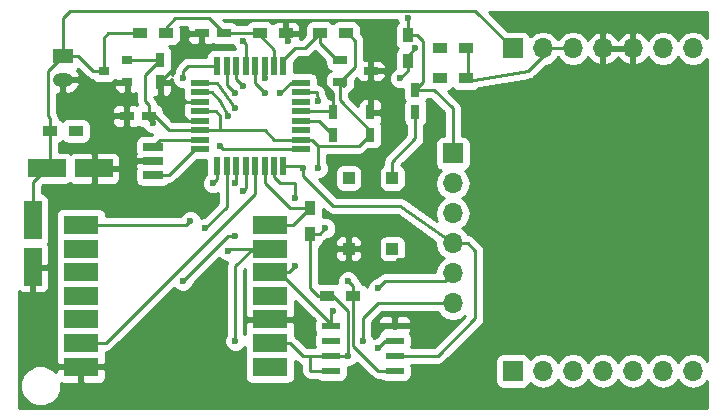
<source format=gtl>
G04 #@! TF.FileFunction,Copper,L1,Top,Signal*
%FSLAX46Y46*%
G04 Gerber Fmt 4.6, Leading zero omitted, Abs format (unit mm)*
G04 Created by KiCad (PCBNEW 4.0.7-e1-6374~58~ubuntu16.04.1) date Wed Aug  2 10:41:50 2017*
%MOMM*%
%LPD*%
G01*
G04 APERTURE LIST*
%ADD10C,0.100000*%
%ADD11R,1.000760X1.000760*%
%ADD12R,1.600000X0.550000*%
%ADD13R,0.550000X1.600000*%
%ADD14R,1.200000X0.750000*%
%ADD15R,0.750000X1.200000*%
%ADD16R,1.500000X3.200000*%
%ADD17R,3.200000X1.500000*%
%ADD18R,1.200000X0.900000*%
%ADD19R,0.900000X1.200000*%
%ADD20R,1.550000X0.600000*%
%ADD21R,0.900000X0.800000*%
%ADD22R,1.220000X0.650000*%
%ADD23R,1.700000X0.700000*%
%ADD24R,1.700000X1.200000*%
%ADD25O,1.700000X1.200000*%
%ADD26R,1.700000X1.700000*%
%ADD27O,1.700000X1.700000*%
%ADD28R,2.997200X1.597660*%
%ADD29C,0.600000*%
%ADD30C,0.250000*%
%ADD31C,0.254000*%
G04 APERTURE END LIST*
D10*
D11*
X137215880Y-130634740D03*
X140914120Y-124635260D03*
X140914120Y-130634740D03*
X137215880Y-124635260D03*
D12*
X124655000Y-116580000D03*
X124655000Y-117380000D03*
X124655000Y-118180000D03*
X124655000Y-118980000D03*
X124655000Y-119780000D03*
X124655000Y-120580000D03*
X124655000Y-121380000D03*
X124655000Y-122180000D03*
D13*
X126105000Y-123630000D03*
X126905000Y-123630000D03*
X127705000Y-123630000D03*
X128505000Y-123630000D03*
X129305000Y-123630000D03*
X130105000Y-123630000D03*
X130905000Y-123630000D03*
X131705000Y-123630000D03*
D12*
X133155000Y-122180000D03*
X133155000Y-121380000D03*
X133155000Y-120580000D03*
X133155000Y-119780000D03*
X133155000Y-118980000D03*
X133155000Y-118180000D03*
X133155000Y-117380000D03*
X133155000Y-116580000D03*
D13*
X131705000Y-115130000D03*
X130905000Y-115130000D03*
X130105000Y-115130000D03*
X129305000Y-115130000D03*
X128505000Y-115130000D03*
X127705000Y-115130000D03*
X126905000Y-115130000D03*
X126105000Y-115130000D03*
D14*
X124780000Y-112395000D03*
X126680000Y-112395000D03*
X120330000Y-119380000D03*
X118430000Y-119380000D03*
D15*
X135890000Y-119065000D03*
X135890000Y-120965000D03*
X142875000Y-117160000D03*
X142875000Y-119060000D03*
D16*
X110490000Y-128175000D03*
X110490000Y-132175000D03*
D17*
X111665000Y-123825000D03*
X115665000Y-123825000D03*
D15*
X121285000Y-114620000D03*
X121285000Y-116520000D03*
X139065000Y-119065000D03*
X139065000Y-120965000D03*
D18*
X119550000Y-112395000D03*
X121750000Y-112395000D03*
X129710000Y-112395000D03*
X131910000Y-112395000D03*
X135425000Y-134620000D03*
X137625000Y-134620000D03*
D19*
X133985000Y-129370000D03*
X133985000Y-127170000D03*
X142240000Y-114765000D03*
X142240000Y-112565000D03*
D18*
X147150000Y-116205000D03*
X144950000Y-116205000D03*
X147150000Y-113665000D03*
X144950000Y-113665000D03*
X114130000Y-120650000D03*
X111930000Y-120650000D03*
X134790000Y-112395000D03*
X136990000Y-112395000D03*
D20*
X141130000Y-140970000D03*
X141130000Y-139700000D03*
X141130000Y-138430000D03*
X141130000Y-137160000D03*
X135730000Y-137160000D03*
X135730000Y-138430000D03*
X135730000Y-139700000D03*
X135730000Y-140970000D03*
D21*
X118475000Y-116520000D03*
X118475000Y-114620000D03*
X116475000Y-115570000D03*
D22*
X136485000Y-114620000D03*
X136485000Y-116520000D03*
X139105000Y-115570000D03*
D23*
X120650000Y-124390000D03*
X120650000Y-123190000D03*
X120650000Y-121990000D03*
D24*
X113030000Y-114300000D03*
D25*
X113030000Y-116300000D03*
D26*
X151130000Y-140970000D03*
D27*
X153670000Y-140970000D03*
X156210000Y-140970000D03*
X158750000Y-140970000D03*
X161290000Y-140970000D03*
X163830000Y-140970000D03*
X166370000Y-140970000D03*
D26*
X151130000Y-113665000D03*
D27*
X153670000Y-113665000D03*
X156210000Y-113665000D03*
X158750000Y-113665000D03*
X161290000Y-113665000D03*
X163830000Y-113665000D03*
X166370000Y-113665000D03*
D28*
X114556540Y-128620520D03*
X114554000Y-130619500D03*
X114554000Y-132621020D03*
X114554000Y-134620000D03*
X114554000Y-136618980D03*
X114554000Y-138620500D03*
X114554000Y-140619480D03*
X130556000Y-140619480D03*
X130556000Y-138620500D03*
X130556000Y-136618980D03*
X130556000Y-134620000D03*
X130556000Y-132621020D03*
X130556000Y-130619500D03*
X130556000Y-128620520D03*
D26*
X146050000Y-122555000D03*
D27*
X146050000Y-125095000D03*
X146050000Y-127635000D03*
X146050000Y-130175000D03*
X146050000Y-132715000D03*
X146050000Y-135255000D03*
D29*
X144780000Y-131445000D03*
X147320000Y-120650000D03*
X140335000Y-119380000D03*
X141605000Y-137160000D03*
X140970000Y-132080000D03*
X121285000Y-118110000D03*
X118745000Y-118110000D03*
X139065000Y-114300000D03*
X134620000Y-114300000D03*
X133350000Y-137160000D03*
X139700000Y-137795000D03*
X125095000Y-112395000D03*
X132080000Y-113030000D03*
X114300000Y-120650000D03*
X120650000Y-120015000D03*
X136485000Y-116520000D03*
X141605000Y-116205000D03*
X135255000Y-128905000D03*
X134620000Y-123825000D03*
X137160000Y-139700000D03*
X139700000Y-139065000D03*
X147320000Y-113665000D03*
X142875000Y-113665000D03*
X142240000Y-111125000D03*
X128270000Y-113030000D03*
X127635000Y-118745000D03*
X127000000Y-119380000D03*
X125730000Y-125095000D03*
X125095000Y-128905000D03*
X123190000Y-133350000D03*
X127635000Y-129540000D03*
X127635000Y-125095000D03*
X144950000Y-113665000D03*
X130175000Y-116205000D03*
X144780000Y-116205000D03*
X130175000Y-117475000D03*
X134620000Y-118110000D03*
X131445000Y-117475000D03*
X128270000Y-125730000D03*
X137160000Y-133350000D03*
X139700000Y-133985000D03*
X135890000Y-135890000D03*
X132715000Y-132080000D03*
X132715000Y-126365000D03*
X123825000Y-128270000D03*
X133350000Y-123825000D03*
X138430000Y-138430000D03*
X127000000Y-130810000D03*
X126365000Y-121920000D03*
X127635000Y-138430000D03*
X135255000Y-138430000D03*
X128270000Y-116840000D03*
X127635000Y-117475000D03*
X115570000Y-130810000D03*
X123190000Y-116205000D03*
D30*
X141315000Y-131735000D02*
X141315000Y-131610000D01*
X141315440Y-131521200D02*
X144703800Y-131521200D01*
X144703800Y-131521200D02*
X144780000Y-131445000D01*
X140020000Y-119065000D02*
X139065000Y-119065000D01*
X140020000Y-119065000D02*
X140335000Y-119380000D01*
X137215880Y-130634740D02*
X137215880Y-132024120D01*
X141605000Y-137160000D02*
X141130000Y-137160000D01*
X137271760Y-132080000D02*
X140970000Y-132080000D01*
X137215880Y-132024120D02*
X137271760Y-132080000D01*
X124655000Y-119780000D02*
X123590000Y-119780000D01*
X123590000Y-119780000D02*
X123190000Y-119380000D01*
X124655000Y-118180000D02*
X125165000Y-118180000D01*
X122625000Y-118180000D02*
X121355000Y-118180000D01*
X121355000Y-118180000D02*
X121285000Y-118110000D01*
X124655000Y-118180000D02*
X122625000Y-118180000D01*
X122625000Y-118180000D02*
X122555000Y-118110000D01*
X135890000Y-119065000D02*
X135890000Y-117475000D01*
X134620000Y-116205000D02*
X134620000Y-114300000D01*
X135890000Y-117475000D02*
X134620000Y-116205000D01*
X135655000Y-118980000D02*
X135805000Y-118980000D01*
X135805000Y-118980000D02*
X135890000Y-119065000D01*
X141130000Y-137160000D02*
X140335000Y-137160000D01*
X140335000Y-137160000D02*
X139700000Y-137795000D01*
X131910000Y-112395000D02*
X131910000Y-112860000D01*
X125095000Y-112395000D02*
X124780000Y-112395000D01*
X131910000Y-112860000D02*
X132080000Y-113030000D01*
X133155000Y-118980000D02*
X135655000Y-118980000D01*
X135655000Y-118980000D02*
X135890000Y-118745000D01*
X122555000Y-114935000D02*
X122555000Y-115250000D01*
X122555000Y-115250000D02*
X121285000Y-116520000D01*
X124655000Y-118980000D02*
X125965000Y-118980000D01*
X126365000Y-119380000D02*
X126365000Y-120580000D01*
X125965000Y-118980000D02*
X126365000Y-119380000D01*
X124655000Y-120580000D02*
X121990000Y-120580000D01*
X121990000Y-120580000D02*
X120790000Y-119380000D01*
X147320000Y-116410946D02*
X147320000Y-113835000D01*
X147320000Y-113835000D02*
X147150000Y-113665000D01*
X147354324Y-116410946D02*
X147320000Y-116410946D01*
X147320000Y-116410946D02*
X147284054Y-116410946D01*
X147284054Y-116410946D02*
X147150000Y-116205000D01*
X120330000Y-119380000D02*
X120330000Y-119695000D01*
X120330000Y-119695000D02*
X120650000Y-120015000D01*
X114300000Y-120650000D02*
X114130000Y-120650000D01*
X142240000Y-114765000D02*
X142240000Y-115570000D01*
X141605000Y-116205000D02*
X142240000Y-115570000D01*
X136805000Y-116840000D02*
X136485000Y-116520000D01*
X139065000Y-120965000D02*
X139065000Y-120650000D01*
X139065000Y-120650000D02*
X136485000Y-118070000D01*
X136485000Y-118070000D02*
X136485000Y-116520000D01*
X134620000Y-121920000D02*
X134620000Y-123825000D01*
X134790000Y-129370000D02*
X133985000Y-129370000D01*
X135255000Y-128905000D02*
X134790000Y-129370000D01*
X133155000Y-121380000D02*
X134080000Y-121380000D01*
X138110000Y-121920000D02*
X139065000Y-120965000D01*
X134620000Y-121920000D02*
X138110000Y-121920000D01*
X134080000Y-121380000D02*
X134620000Y-121920000D01*
X141130000Y-138430000D02*
X140335000Y-138430000D01*
X140335000Y-138430000D02*
X139700000Y-139065000D01*
X135425000Y-134620000D02*
X135890000Y-134620000D01*
X135890000Y-134620000D02*
X137160000Y-135890000D01*
X137160000Y-139700000D02*
X135730000Y-139700000D01*
X137160000Y-135890000D02*
X137160000Y-139700000D01*
X135730000Y-140970000D02*
X133985000Y-140970000D01*
X133985000Y-140970000D02*
X133985000Y-139700000D01*
X142240000Y-114765000D02*
X142240000Y-114300000D01*
X142240000Y-114300000D02*
X142875000Y-113665000D01*
X147320000Y-113665000D02*
X147150000Y-113665000D01*
X136990000Y-112395000D02*
X137160000Y-112395000D01*
X137160000Y-112395000D02*
X137795000Y-113030000D01*
X137795000Y-115210000D02*
X136485000Y-116520000D01*
X137795000Y-113030000D02*
X137795000Y-115210000D01*
X135730000Y-139700000D02*
X133985000Y-139700000D01*
X133985000Y-139700000D02*
X133350000Y-139700000D01*
X132270500Y-138620500D02*
X130556000Y-138620500D01*
X133350000Y-139700000D02*
X132270500Y-138620500D01*
X153670000Y-113665000D02*
X156210000Y-113665000D01*
X153670000Y-113665000D02*
X153670000Y-114300000D01*
X153670000Y-114300000D02*
X152400000Y-115570000D01*
X152400000Y-115570000D02*
X147354324Y-116410946D01*
X124655000Y-120580000D02*
X126365000Y-120580000D01*
X126365000Y-120580000D02*
X130105000Y-120580000D01*
X130105000Y-120580000D02*
X130905000Y-121380000D01*
X130905000Y-121380000D02*
X133155000Y-121380000D01*
X135425000Y-134620000D02*
X134620000Y-134620000D01*
X133985000Y-133985000D02*
X133985000Y-129370000D01*
X134620000Y-134620000D02*
X133985000Y-133985000D01*
X120330000Y-119380000D02*
X120330000Y-118425000D01*
X120015000Y-115890000D02*
X121285000Y-114620000D01*
X120015000Y-118110000D02*
X120015000Y-115890000D01*
X120330000Y-118425000D02*
X120015000Y-118110000D01*
X118475000Y-114620000D02*
X121285000Y-114620000D01*
X133155000Y-119780000D02*
X134705000Y-119780000D01*
X134705000Y-119780000D02*
X135890000Y-120965000D01*
X142875000Y-117160000D02*
X144465000Y-117160000D01*
X146050000Y-118745000D02*
X146050000Y-122555000D01*
X144465000Y-117160000D02*
X146050000Y-118745000D01*
X142240000Y-112565000D02*
X143045000Y-112565000D01*
X143510000Y-116525000D02*
X142875000Y-117160000D01*
X143510000Y-113030000D02*
X143510000Y-116525000D01*
X143045000Y-112565000D02*
X143510000Y-113030000D01*
X128505000Y-115130000D02*
X128505000Y-113265000D01*
X142240000Y-111125000D02*
X142240000Y-112565000D01*
X128505000Y-113265000D02*
X128270000Y-113030000D01*
X142875000Y-119060000D02*
X142875000Y-121285000D01*
X140914120Y-123245880D02*
X140914120Y-124635260D01*
X142875000Y-121285000D02*
X140914120Y-123245880D01*
X142875000Y-119060000D02*
X142560000Y-119060000D01*
X113030000Y-114300000D02*
X113030000Y-111125000D01*
X147955000Y-110490000D02*
X151130000Y-113665000D01*
X113665000Y-110490000D02*
X147955000Y-110490000D01*
X113030000Y-111125000D02*
X113665000Y-110490000D01*
X110490000Y-128175000D02*
X110490000Y-125000000D01*
X110490000Y-125000000D02*
X111930000Y-123560000D01*
X111930000Y-123560000D02*
X111930000Y-120650000D01*
X111930000Y-120650000D02*
X111930000Y-119550000D01*
X111760000Y-115570000D02*
X113030000Y-114300000D01*
X111760000Y-119380000D02*
X111760000Y-115570000D01*
X111930000Y-119550000D02*
X111760000Y-119380000D01*
X119550000Y-112395000D02*
X116840000Y-112395000D01*
X116475000Y-112760000D02*
X116475000Y-115570000D01*
X116840000Y-112395000D02*
X116475000Y-112760000D01*
X113030000Y-114300000D02*
X114300000Y-114300000D01*
X115570000Y-115570000D02*
X116475000Y-115570000D01*
X114300000Y-114300000D02*
X115570000Y-115570000D01*
X126105000Y-116580000D02*
X127635000Y-118745000D01*
X124655000Y-116580000D02*
X126105000Y-116580000D01*
X124655000Y-117380000D02*
X125635000Y-117380000D01*
X126365000Y-118110000D02*
X127000000Y-119380000D01*
X125635000Y-117380000D02*
X126365000Y-118110000D01*
X126105000Y-123630000D02*
X126105000Y-124720000D01*
X126105000Y-124720000D02*
X125730000Y-125095000D01*
X126905000Y-123630000D02*
X126905000Y-127095000D01*
X126905000Y-127095000D02*
X125095000Y-128905000D01*
X127705000Y-123630000D02*
X127705000Y-125025000D01*
X127000000Y-129540000D02*
X123190000Y-133350000D01*
X127635000Y-129540000D02*
X127000000Y-129540000D01*
X127705000Y-125025000D02*
X127635000Y-125095000D01*
X130105000Y-115130000D02*
X130105000Y-116135000D01*
X130105000Y-116135000D02*
X130175000Y-116205000D01*
X144780000Y-116205000D02*
X144950000Y-116205000D01*
X144780000Y-116205000D02*
X144950000Y-116205000D01*
X130175000Y-117475000D02*
X129305000Y-116605000D01*
X129305000Y-116605000D02*
X129305000Y-115130000D01*
X134620000Y-118110000D02*
X134525000Y-117380000D01*
X134525000Y-117380000D02*
X133155000Y-117380000D01*
X133155000Y-116580000D02*
X132340000Y-116580000D01*
X132340000Y-116580000D02*
X131445000Y-117475000D01*
X134790000Y-112395000D02*
X134790000Y-113200000D01*
X134790000Y-113200000D02*
X136210000Y-114620000D01*
X136210000Y-114620000D02*
X136485000Y-114620000D01*
X131705000Y-115130000D02*
X131705000Y-114675000D01*
X131705000Y-114675000D02*
X132715000Y-113665000D01*
X132715000Y-113665000D02*
X133520000Y-113665000D01*
X133520000Y-113665000D02*
X134790000Y-112395000D01*
X137625000Y-134620000D02*
X137625000Y-133815000D01*
X128505000Y-125495000D02*
X128505000Y-123630000D01*
X128270000Y-125730000D02*
X128505000Y-125495000D01*
X137625000Y-133815000D02*
X137160000Y-133350000D01*
X141130000Y-140970000D02*
X139700000Y-140970000D01*
X137625000Y-138895000D02*
X137625000Y-134620000D01*
X139700000Y-140970000D02*
X137625000Y-138895000D01*
X130105000Y-123630000D02*
X130105000Y-125025000D01*
X132250000Y-127170000D02*
X133985000Y-127170000D01*
X130105000Y-125025000D02*
X132250000Y-127170000D01*
X130556000Y-128620520D02*
X132534480Y-128620520D01*
X132534480Y-128620520D02*
X133985000Y-127170000D01*
X129710000Y-112395000D02*
X129710000Y-112565000D01*
X129710000Y-112565000D02*
X130905000Y-113760000D01*
X130905000Y-113760000D02*
X130905000Y-115130000D01*
X126680000Y-112395000D02*
X129710000Y-112395000D01*
X121750000Y-112395000D02*
X121750000Y-111930000D01*
X125410000Y-111125000D02*
X126680000Y-112395000D01*
X122555000Y-111125000D02*
X125410000Y-111125000D01*
X121750000Y-111930000D02*
X122555000Y-111125000D01*
X124655000Y-121380000D02*
X121260000Y-121380000D01*
X121260000Y-121380000D02*
X120650000Y-121990000D01*
X124655000Y-122180000D02*
X124200000Y-122180000D01*
X124200000Y-122180000D02*
X121990000Y-124390000D01*
X121990000Y-124390000D02*
X120650000Y-124390000D01*
X129305000Y-123630000D02*
X129305000Y-125965000D01*
X116649500Y-138620500D02*
X114554000Y-138620500D01*
X129305000Y-125965000D02*
X116649500Y-138620500D01*
X135730000Y-137160000D02*
X135730000Y-136050000D01*
X145415000Y-133350000D02*
X146050000Y-132715000D01*
X140335000Y-133350000D02*
X145415000Y-133350000D01*
X139700000Y-133985000D02*
X140335000Y-133350000D01*
X135730000Y-136050000D02*
X135890000Y-135890000D01*
X132715000Y-125095000D02*
X132715000Y-126365000D01*
X132173980Y-132621020D02*
X130556000Y-132621020D01*
X132715000Y-132080000D02*
X132173980Y-132621020D01*
X130556000Y-132621020D02*
X131351020Y-132621020D01*
X131351020Y-132621020D02*
X135730000Y-137000000D01*
X135730000Y-137000000D02*
X135730000Y-137160000D01*
X130905000Y-123630000D02*
X130905000Y-124555000D01*
X131445000Y-125095000D02*
X132715000Y-125095000D01*
X130905000Y-124555000D02*
X131445000Y-125095000D01*
X133350000Y-123825000D02*
X133350000Y-124460000D01*
X141605000Y-127000000D02*
X146050000Y-130175000D01*
X135890000Y-127000000D02*
X141605000Y-127000000D01*
X133350000Y-124460000D02*
X135890000Y-127000000D01*
X146050000Y-130175000D02*
X147320000Y-130175000D01*
X147320000Y-130175000D02*
X147955000Y-130810000D01*
X147955000Y-130810000D02*
X147955000Y-136525000D01*
X147955000Y-136525000D02*
X144780000Y-139700000D01*
X144780000Y-139700000D02*
X141130000Y-139700000D01*
X133155000Y-123630000D02*
X133350000Y-123825000D01*
X123474480Y-128620520D02*
X114556540Y-128620520D01*
X123825000Y-128270000D02*
X123474480Y-128620520D01*
X131705000Y-123630000D02*
X133155000Y-123630000D01*
X146050000Y-135255000D02*
X139700000Y-135255000D01*
X138430000Y-136525000D02*
X138430000Y-138430000D01*
X139700000Y-135255000D02*
X138430000Y-136525000D01*
X146685000Y-135255000D02*
X146050000Y-135255000D01*
X133155000Y-122180000D02*
X126625000Y-122180000D01*
X127190500Y-130619500D02*
X130556000Y-130619500D01*
X127000000Y-130810000D02*
X127190500Y-130619500D01*
X126625000Y-122180000D02*
X126365000Y-121920000D01*
X130556000Y-130619500D02*
X129095500Y-130619500D01*
X129095500Y-130619500D02*
X127635000Y-132080000D01*
X127635000Y-132080000D02*
X127635000Y-138430000D01*
X135255000Y-138430000D02*
X135730000Y-138430000D01*
X127705000Y-116275000D02*
X128270000Y-116840000D01*
X127705000Y-115130000D02*
X127705000Y-116275000D01*
X126905000Y-116745000D02*
X126905000Y-115130000D01*
X126905000Y-116745000D02*
X127635000Y-117475000D01*
X126105000Y-115130000D02*
X123630000Y-115130000D01*
X115570000Y-130810000D02*
X115379500Y-130619500D01*
X123190000Y-115570000D02*
X123190000Y-116205000D01*
X123630000Y-115130000D02*
X123190000Y-115570000D01*
X115379500Y-130619500D02*
X114554000Y-130619500D01*
D31*
G36*
X167565000Y-112802781D02*
X167420054Y-112585853D01*
X166938285Y-112263946D01*
X166370000Y-112150907D01*
X165801715Y-112263946D01*
X165319946Y-112585853D01*
X165100000Y-112915026D01*
X164880054Y-112585853D01*
X164398285Y-112263946D01*
X163830000Y-112150907D01*
X163261715Y-112263946D01*
X162779946Y-112585853D01*
X162552298Y-112926553D01*
X162485183Y-112783642D01*
X162056924Y-112393355D01*
X161646890Y-112223524D01*
X161417000Y-112344845D01*
X161417000Y-113538000D01*
X161437000Y-113538000D01*
X161437000Y-113792000D01*
X161417000Y-113792000D01*
X161417000Y-114985155D01*
X161646890Y-115106476D01*
X162056924Y-114936645D01*
X162485183Y-114546358D01*
X162552298Y-114403447D01*
X162779946Y-114744147D01*
X163261715Y-115066054D01*
X163830000Y-115179093D01*
X164398285Y-115066054D01*
X164880054Y-114744147D01*
X165100000Y-114414974D01*
X165319946Y-114744147D01*
X165801715Y-115066054D01*
X166370000Y-115179093D01*
X166938285Y-115066054D01*
X167420054Y-114744147D01*
X167565000Y-114527219D01*
X167565000Y-140107781D01*
X167420054Y-139890853D01*
X166938285Y-139568946D01*
X166370000Y-139455907D01*
X165801715Y-139568946D01*
X165319946Y-139890853D01*
X165100000Y-140220026D01*
X164880054Y-139890853D01*
X164398285Y-139568946D01*
X163830000Y-139455907D01*
X163261715Y-139568946D01*
X162779946Y-139890853D01*
X162560000Y-140220026D01*
X162340054Y-139890853D01*
X161858285Y-139568946D01*
X161290000Y-139455907D01*
X160721715Y-139568946D01*
X160239946Y-139890853D01*
X160020000Y-140220026D01*
X159800054Y-139890853D01*
X159318285Y-139568946D01*
X158750000Y-139455907D01*
X158181715Y-139568946D01*
X157699946Y-139890853D01*
X157480000Y-140220026D01*
X157260054Y-139890853D01*
X156778285Y-139568946D01*
X156210000Y-139455907D01*
X155641715Y-139568946D01*
X155159946Y-139890853D01*
X154940000Y-140220026D01*
X154720054Y-139890853D01*
X154238285Y-139568946D01*
X153670000Y-139455907D01*
X153101715Y-139568946D01*
X152619946Y-139890853D01*
X152592150Y-139932452D01*
X152583162Y-139884683D01*
X152444090Y-139668559D01*
X152231890Y-139523569D01*
X151980000Y-139472560D01*
X150280000Y-139472560D01*
X150044683Y-139516838D01*
X149828559Y-139655910D01*
X149683569Y-139868110D01*
X149632560Y-140120000D01*
X149632560Y-141820000D01*
X149676838Y-142055317D01*
X149815910Y-142271441D01*
X150028110Y-142416431D01*
X150280000Y-142467440D01*
X151980000Y-142467440D01*
X152215317Y-142423162D01*
X152431441Y-142284090D01*
X152576431Y-142071890D01*
X152590086Y-142004459D01*
X152619946Y-142049147D01*
X153101715Y-142371054D01*
X153670000Y-142484093D01*
X154238285Y-142371054D01*
X154720054Y-142049147D01*
X154940000Y-141719974D01*
X155159946Y-142049147D01*
X155641715Y-142371054D01*
X156210000Y-142484093D01*
X156778285Y-142371054D01*
X157260054Y-142049147D01*
X157480000Y-141719974D01*
X157699946Y-142049147D01*
X158181715Y-142371054D01*
X158750000Y-142484093D01*
X159318285Y-142371054D01*
X159800054Y-142049147D01*
X160020000Y-141719974D01*
X160239946Y-142049147D01*
X160721715Y-142371054D01*
X161290000Y-142484093D01*
X161858285Y-142371054D01*
X162340054Y-142049147D01*
X162560000Y-141719974D01*
X162779946Y-142049147D01*
X163261715Y-142371054D01*
X163830000Y-142484093D01*
X164398285Y-142371054D01*
X164880054Y-142049147D01*
X165100000Y-141719974D01*
X165319946Y-142049147D01*
X165801715Y-142371054D01*
X166370000Y-142484093D01*
X166938285Y-142371054D01*
X167420054Y-142049147D01*
X167565000Y-141832219D01*
X167565000Y-144070000D01*
X109295000Y-144070000D01*
X109295000Y-142583599D01*
X109389699Y-142583599D01*
X109653281Y-143221515D01*
X110140918Y-143710004D01*
X110778373Y-143974699D01*
X111468599Y-143975301D01*
X112106515Y-143711719D01*
X112595004Y-143224082D01*
X112859699Y-142586627D01*
X112860189Y-142024770D01*
X112929091Y-142053310D01*
X114268250Y-142053310D01*
X114427000Y-141894560D01*
X114427000Y-140746480D01*
X114681000Y-140746480D01*
X114681000Y-141894560D01*
X114839750Y-142053310D01*
X116178909Y-142053310D01*
X116412298Y-141956637D01*
X116590927Y-141778009D01*
X116687600Y-141544620D01*
X116687600Y-140905230D01*
X116528850Y-140746480D01*
X114681000Y-140746480D01*
X114427000Y-140746480D01*
X112579150Y-140746480D01*
X112420400Y-140905230D01*
X112420400Y-141081858D01*
X112109082Y-140769996D01*
X111471627Y-140505301D01*
X110781401Y-140504699D01*
X110143485Y-140768281D01*
X109654996Y-141255918D01*
X109390301Y-141893373D01*
X109389699Y-142583599D01*
X109295000Y-142583599D01*
X109295000Y-134228026D01*
X109380301Y-134313327D01*
X109613690Y-134410000D01*
X110204250Y-134410000D01*
X110363000Y-134251250D01*
X110363000Y-132302000D01*
X110617000Y-132302000D01*
X110617000Y-134251250D01*
X110775750Y-134410000D01*
X111366310Y-134410000D01*
X111599699Y-134313327D01*
X111778327Y-134134698D01*
X111875000Y-133901309D01*
X111875000Y-132460750D01*
X111716250Y-132302000D01*
X110617000Y-132302000D01*
X110363000Y-132302000D01*
X110343000Y-132302000D01*
X110343000Y-132048000D01*
X110363000Y-132048000D01*
X110363000Y-132028000D01*
X110617000Y-132028000D01*
X110617000Y-132048000D01*
X111716250Y-132048000D01*
X111875000Y-131889250D01*
X111875000Y-130448691D01*
X111778327Y-130215302D01*
X111736366Y-130173340D01*
X111836431Y-130026890D01*
X111887440Y-129775000D01*
X111887440Y-126575000D01*
X111843162Y-126339683D01*
X111704090Y-126123559D01*
X111491890Y-125978569D01*
X111250000Y-125929585D01*
X111250000Y-125314802D01*
X111342362Y-125222440D01*
X113265000Y-125222440D01*
X113500317Y-125178162D01*
X113664493Y-125072518D01*
X113705302Y-125113327D01*
X113938691Y-125210000D01*
X115379250Y-125210000D01*
X115538000Y-125051250D01*
X115538000Y-123952000D01*
X115792000Y-123952000D01*
X115792000Y-125051250D01*
X115950750Y-125210000D01*
X117391309Y-125210000D01*
X117624698Y-125113327D01*
X117803327Y-124934699D01*
X117900000Y-124701310D01*
X117900000Y-124110750D01*
X117741250Y-123952000D01*
X115792000Y-123952000D01*
X115538000Y-123952000D01*
X115518000Y-123952000D01*
X115518000Y-123698000D01*
X115538000Y-123698000D01*
X115538000Y-122598750D01*
X115792000Y-122598750D01*
X115792000Y-123698000D01*
X117741250Y-123698000D01*
X117900000Y-123539250D01*
X117900000Y-122948690D01*
X117803327Y-122715301D01*
X117624698Y-122536673D01*
X117391309Y-122440000D01*
X115950750Y-122440000D01*
X115792000Y-122598750D01*
X115538000Y-122598750D01*
X115379250Y-122440000D01*
X113938691Y-122440000D01*
X113705302Y-122536673D01*
X113663340Y-122578634D01*
X113516890Y-122478569D01*
X113265000Y-122427560D01*
X112690000Y-122427560D01*
X112690000Y-121717334D01*
X112765317Y-121703162D01*
X112981441Y-121564090D01*
X113029134Y-121494289D01*
X113065910Y-121551441D01*
X113278110Y-121696431D01*
X113530000Y-121747440D01*
X114730000Y-121747440D01*
X114965317Y-121703162D01*
X115181441Y-121564090D01*
X115326431Y-121351890D01*
X115377440Y-121100000D01*
X115377440Y-120200000D01*
X115333162Y-119964683D01*
X115194090Y-119748559D01*
X115072895Y-119665750D01*
X117195000Y-119665750D01*
X117195000Y-119881310D01*
X117291673Y-120114699D01*
X117470302Y-120293327D01*
X117703691Y-120390000D01*
X118144250Y-120390000D01*
X118303000Y-120231250D01*
X118303000Y-119507000D01*
X117353750Y-119507000D01*
X117195000Y-119665750D01*
X115072895Y-119665750D01*
X114981890Y-119603569D01*
X114730000Y-119552560D01*
X113530000Y-119552560D01*
X113294683Y-119596838D01*
X113078559Y-119735910D01*
X113030866Y-119805711D01*
X112994090Y-119748559D01*
X112781890Y-119603569D01*
X112690000Y-119584961D01*
X112690000Y-119550000D01*
X112635364Y-119275327D01*
X112632148Y-119259160D01*
X112520000Y-119091319D01*
X112520000Y-118878690D01*
X117195000Y-118878690D01*
X117195000Y-119094250D01*
X117353750Y-119253000D01*
X118303000Y-119253000D01*
X118303000Y-118528750D01*
X118144250Y-118370000D01*
X117703691Y-118370000D01*
X117470302Y-118466673D01*
X117291673Y-118645301D01*
X117195000Y-118878690D01*
X112520000Y-118878690D01*
X112520000Y-117496498D01*
X112707304Y-117545256D01*
X112903000Y-117382547D01*
X112903000Y-116427000D01*
X113157000Y-116427000D01*
X113157000Y-117382547D01*
X113352696Y-117545256D01*
X113823701Y-117422647D01*
X114211933Y-117129125D01*
X114401723Y-116805750D01*
X117390000Y-116805750D01*
X117390000Y-117046310D01*
X117486673Y-117279699D01*
X117665302Y-117458327D01*
X117898691Y-117555000D01*
X118189250Y-117555000D01*
X118348000Y-117396250D01*
X118348000Y-116647000D01*
X117548750Y-116647000D01*
X117390000Y-116805750D01*
X114401723Y-116805750D01*
X114458286Y-116709376D01*
X114473462Y-116617609D01*
X114348731Y-116427000D01*
X113157000Y-116427000D01*
X112903000Y-116427000D01*
X112883000Y-116427000D01*
X112883000Y-116173000D01*
X112903000Y-116173000D01*
X112903000Y-116153000D01*
X113157000Y-116153000D01*
X113157000Y-116173000D01*
X114348731Y-116173000D01*
X114473462Y-115982391D01*
X114458286Y-115890624D01*
X114211933Y-115470875D01*
X114190580Y-115454731D01*
X114305792Y-115380594D01*
X115032599Y-116107401D01*
X115279160Y-116272148D01*
X115492098Y-116314504D01*
X115560910Y-116421441D01*
X115773110Y-116566431D01*
X116025000Y-116617440D01*
X116925000Y-116617440D01*
X117160317Y-116573162D01*
X117376441Y-116434090D01*
X117463064Y-116307314D01*
X117548750Y-116393000D01*
X118348000Y-116393000D01*
X118348000Y-116373000D01*
X118602000Y-116373000D01*
X118602000Y-116393000D01*
X118622000Y-116393000D01*
X118622000Y-116647000D01*
X118602000Y-116647000D01*
X118602000Y-117396250D01*
X118760750Y-117555000D01*
X119051309Y-117555000D01*
X119255000Y-117470628D01*
X119255000Y-118110000D01*
X119312852Y-118400839D01*
X119344267Y-118447855D01*
X119156309Y-118370000D01*
X118715750Y-118370000D01*
X118557000Y-118528750D01*
X118557000Y-119253000D01*
X118577000Y-119253000D01*
X118577000Y-119507000D01*
X118557000Y-119507000D01*
X118557000Y-120231250D01*
X118715750Y-120390000D01*
X119156309Y-120390000D01*
X119389698Y-120293327D01*
X119391068Y-120291957D01*
X119478110Y-120351431D01*
X119730000Y-120402440D01*
X119798415Y-120402440D01*
X119856883Y-120543943D01*
X120119673Y-120807192D01*
X120463201Y-120949838D01*
X120615228Y-120949970D01*
X120572638Y-120992560D01*
X119800000Y-120992560D01*
X119564683Y-121036838D01*
X119348559Y-121175910D01*
X119203569Y-121388110D01*
X119152560Y-121640000D01*
X119152560Y-122340000D01*
X119196838Y-122575317D01*
X119212339Y-122599406D01*
X119165000Y-122713691D01*
X119165000Y-122904250D01*
X119323750Y-123063000D01*
X120523000Y-123063000D01*
X120523000Y-123043000D01*
X120777000Y-123043000D01*
X120777000Y-123063000D01*
X120797000Y-123063000D01*
X120797000Y-123317000D01*
X120777000Y-123317000D01*
X120777000Y-123337000D01*
X120523000Y-123337000D01*
X120523000Y-123317000D01*
X119323750Y-123317000D01*
X119165000Y-123475750D01*
X119165000Y-123666309D01*
X119210967Y-123777283D01*
X119203569Y-123788110D01*
X119152560Y-124040000D01*
X119152560Y-124740000D01*
X119196838Y-124975317D01*
X119335910Y-125191441D01*
X119548110Y-125336431D01*
X119800000Y-125387440D01*
X121500000Y-125387440D01*
X121735317Y-125343162D01*
X121951441Y-125204090D01*
X121988399Y-125150000D01*
X121990000Y-125150000D01*
X122280839Y-125092148D01*
X122527401Y-124927401D01*
X124352362Y-123102440D01*
X125182560Y-123102440D01*
X125182560Y-124320348D01*
X124937808Y-124564673D01*
X124795162Y-124908201D01*
X124794838Y-125280167D01*
X124936883Y-125623943D01*
X125199673Y-125887192D01*
X125543201Y-126029838D01*
X125915167Y-126030162D01*
X126145000Y-125935197D01*
X126145000Y-126780198D01*
X124955320Y-127969878D01*
X124909833Y-127969838D01*
X124741403Y-128039432D01*
X124618117Y-127741057D01*
X124355327Y-127477808D01*
X124011799Y-127335162D01*
X123639833Y-127334838D01*
X123296057Y-127476883D01*
X123032808Y-127739673D01*
X122982628Y-127860520D01*
X116702580Y-127860520D01*
X116702580Y-127821690D01*
X116658302Y-127586373D01*
X116519230Y-127370249D01*
X116307030Y-127225259D01*
X116055140Y-127174250D01*
X113057940Y-127174250D01*
X112822623Y-127218528D01*
X112606499Y-127357600D01*
X112461509Y-127569800D01*
X112410500Y-127821690D01*
X112410500Y-129419350D01*
X112448420Y-129620875D01*
X112407960Y-129820670D01*
X112407960Y-131418330D01*
X112447351Y-131627673D01*
X112407960Y-131822190D01*
X112407960Y-133419850D01*
X112447103Y-133627876D01*
X112407960Y-133821170D01*
X112407960Y-135418830D01*
X112447103Y-135626856D01*
X112407960Y-135820150D01*
X112407960Y-137417810D01*
X112447351Y-137627153D01*
X112407960Y-137821670D01*
X112407960Y-139419330D01*
X112447429Y-139629087D01*
X112420400Y-139694340D01*
X112420400Y-140333730D01*
X112579150Y-140492480D01*
X114427000Y-140492480D01*
X114427000Y-140472480D01*
X114681000Y-140472480D01*
X114681000Y-140492480D01*
X116528850Y-140492480D01*
X116687600Y-140333730D01*
X116687600Y-139694340D01*
X116658551Y-139624209D01*
X116700040Y-139419330D01*
X116700040Y-139370447D01*
X116940339Y-139322648D01*
X117186901Y-139157901D01*
X122431341Y-133913461D01*
X122659673Y-134142192D01*
X123003201Y-134284838D01*
X123375167Y-134285162D01*
X123718943Y-134143117D01*
X123982192Y-133880327D01*
X124124838Y-133536799D01*
X124124879Y-133489923D01*
X126241341Y-131373461D01*
X126469673Y-131602192D01*
X126813201Y-131744838D01*
X126962381Y-131744968D01*
X126932852Y-131789161D01*
X126875000Y-132080000D01*
X126875000Y-137867537D01*
X126842808Y-137899673D01*
X126700162Y-138243201D01*
X126699838Y-138615167D01*
X126841883Y-138958943D01*
X127104673Y-139222192D01*
X127448201Y-139364838D01*
X127820167Y-139365162D01*
X128163943Y-139223117D01*
X128409960Y-138977529D01*
X128409960Y-139419330D01*
X128449103Y-139627356D01*
X128409960Y-139820650D01*
X128409960Y-141418310D01*
X128454238Y-141653627D01*
X128593310Y-141869751D01*
X128805510Y-142014741D01*
X129057400Y-142065750D01*
X132054600Y-142065750D01*
X132289917Y-142021472D01*
X132506041Y-141882400D01*
X132651031Y-141670200D01*
X132702040Y-141418310D01*
X132702040Y-140126842D01*
X132812599Y-140237401D01*
X133059161Y-140402148D01*
X133225000Y-140435136D01*
X133225000Y-140970000D01*
X133282852Y-141260839D01*
X133447599Y-141507401D01*
X133694161Y-141672148D01*
X133985000Y-141730000D01*
X134503437Y-141730000D01*
X134703110Y-141866431D01*
X134955000Y-141917440D01*
X136505000Y-141917440D01*
X136740317Y-141873162D01*
X136956441Y-141734090D01*
X137101431Y-141521890D01*
X137152440Y-141270000D01*
X137152440Y-140670000D01*
X137145852Y-140634988D01*
X137345167Y-140635162D01*
X137688943Y-140493117D01*
X137918829Y-140263631D01*
X139162599Y-141507401D01*
X139409161Y-141672148D01*
X139700000Y-141730000D01*
X139903437Y-141730000D01*
X140103110Y-141866431D01*
X140355000Y-141917440D01*
X141905000Y-141917440D01*
X142140317Y-141873162D01*
X142356441Y-141734090D01*
X142501431Y-141521890D01*
X142552440Y-141270000D01*
X142552440Y-140670000D01*
X142512926Y-140460000D01*
X144780000Y-140460000D01*
X145070839Y-140402148D01*
X145317401Y-140237401D01*
X148492401Y-137062401D01*
X148657148Y-136815839D01*
X148715000Y-136525000D01*
X148715000Y-130810000D01*
X148657148Y-130519161D01*
X148492401Y-130272599D01*
X147857401Y-129637599D01*
X147610839Y-129472852D01*
X147323407Y-129415678D01*
X147129147Y-129124946D01*
X146799974Y-128905000D01*
X147129147Y-128685054D01*
X147451054Y-128203285D01*
X147564093Y-127635000D01*
X147451054Y-127066715D01*
X147129147Y-126584946D01*
X146799974Y-126365000D01*
X147129147Y-126145054D01*
X147451054Y-125663285D01*
X147564093Y-125095000D01*
X147451054Y-124526715D01*
X147129147Y-124044946D01*
X147087548Y-124017150D01*
X147135317Y-124008162D01*
X147351441Y-123869090D01*
X147496431Y-123656890D01*
X147547440Y-123405000D01*
X147547440Y-121705000D01*
X147503162Y-121469683D01*
X147364090Y-121253559D01*
X147151890Y-121108569D01*
X146900000Y-121057560D01*
X146810000Y-121057560D01*
X146810000Y-118745000D01*
X146752148Y-118454161D01*
X146687797Y-118357852D01*
X146587401Y-118207598D01*
X145661300Y-117281497D01*
X145785317Y-117258162D01*
X146001441Y-117119090D01*
X146049134Y-117049289D01*
X146085910Y-117106441D01*
X146298110Y-117251431D01*
X146550000Y-117302440D01*
X147750000Y-117302440D01*
X147985317Y-117258162D01*
X148201441Y-117119090D01*
X148262239Y-117030110D01*
X152524943Y-116319659D01*
X152605925Y-116289039D01*
X152690839Y-116272148D01*
X152743299Y-116237095D01*
X152802314Y-116214781D01*
X152865413Y-116155502D01*
X152937401Y-116107401D01*
X153914304Y-115130498D01*
X154238285Y-115066054D01*
X154720054Y-114744147D01*
X154933301Y-114425000D01*
X154946699Y-114425000D01*
X155159946Y-114744147D01*
X155641715Y-115066054D01*
X156210000Y-115179093D01*
X156778285Y-115066054D01*
X157260054Y-114744147D01*
X157487702Y-114403447D01*
X157554817Y-114546358D01*
X157983076Y-114936645D01*
X158393110Y-115106476D01*
X158623000Y-114985155D01*
X158623000Y-113792000D01*
X158877000Y-113792000D01*
X158877000Y-114985155D01*
X159106890Y-115106476D01*
X159516924Y-114936645D01*
X159945183Y-114546358D01*
X160020000Y-114387046D01*
X160094817Y-114546358D01*
X160523076Y-114936645D01*
X160933110Y-115106476D01*
X161163000Y-114985155D01*
X161163000Y-113792000D01*
X158877000Y-113792000D01*
X158623000Y-113792000D01*
X158603000Y-113792000D01*
X158603000Y-113538000D01*
X158623000Y-113538000D01*
X158623000Y-112344845D01*
X158877000Y-112344845D01*
X158877000Y-113538000D01*
X161163000Y-113538000D01*
X161163000Y-112344845D01*
X160933110Y-112223524D01*
X160523076Y-112393355D01*
X160094817Y-112783642D01*
X160020000Y-112942954D01*
X159945183Y-112783642D01*
X159516924Y-112393355D01*
X159106890Y-112223524D01*
X158877000Y-112344845D01*
X158623000Y-112344845D01*
X158393110Y-112223524D01*
X157983076Y-112393355D01*
X157554817Y-112783642D01*
X157487702Y-112926553D01*
X157260054Y-112585853D01*
X156778285Y-112263946D01*
X156210000Y-112150907D01*
X155641715Y-112263946D01*
X155159946Y-112585853D01*
X154946699Y-112905000D01*
X154933301Y-112905000D01*
X154720054Y-112585853D01*
X154238285Y-112263946D01*
X153670000Y-112150907D01*
X153101715Y-112263946D01*
X152619946Y-112585853D01*
X152592150Y-112627452D01*
X152583162Y-112579683D01*
X152444090Y-112363559D01*
X152231890Y-112218569D01*
X151980000Y-112167560D01*
X150707362Y-112167560D01*
X149104802Y-110565000D01*
X167565000Y-110565000D01*
X167565000Y-112802781D01*
X167565000Y-112802781D01*
G37*
X167565000Y-112802781D02*
X167420054Y-112585853D01*
X166938285Y-112263946D01*
X166370000Y-112150907D01*
X165801715Y-112263946D01*
X165319946Y-112585853D01*
X165100000Y-112915026D01*
X164880054Y-112585853D01*
X164398285Y-112263946D01*
X163830000Y-112150907D01*
X163261715Y-112263946D01*
X162779946Y-112585853D01*
X162552298Y-112926553D01*
X162485183Y-112783642D01*
X162056924Y-112393355D01*
X161646890Y-112223524D01*
X161417000Y-112344845D01*
X161417000Y-113538000D01*
X161437000Y-113538000D01*
X161437000Y-113792000D01*
X161417000Y-113792000D01*
X161417000Y-114985155D01*
X161646890Y-115106476D01*
X162056924Y-114936645D01*
X162485183Y-114546358D01*
X162552298Y-114403447D01*
X162779946Y-114744147D01*
X163261715Y-115066054D01*
X163830000Y-115179093D01*
X164398285Y-115066054D01*
X164880054Y-114744147D01*
X165100000Y-114414974D01*
X165319946Y-114744147D01*
X165801715Y-115066054D01*
X166370000Y-115179093D01*
X166938285Y-115066054D01*
X167420054Y-114744147D01*
X167565000Y-114527219D01*
X167565000Y-140107781D01*
X167420054Y-139890853D01*
X166938285Y-139568946D01*
X166370000Y-139455907D01*
X165801715Y-139568946D01*
X165319946Y-139890853D01*
X165100000Y-140220026D01*
X164880054Y-139890853D01*
X164398285Y-139568946D01*
X163830000Y-139455907D01*
X163261715Y-139568946D01*
X162779946Y-139890853D01*
X162560000Y-140220026D01*
X162340054Y-139890853D01*
X161858285Y-139568946D01*
X161290000Y-139455907D01*
X160721715Y-139568946D01*
X160239946Y-139890853D01*
X160020000Y-140220026D01*
X159800054Y-139890853D01*
X159318285Y-139568946D01*
X158750000Y-139455907D01*
X158181715Y-139568946D01*
X157699946Y-139890853D01*
X157480000Y-140220026D01*
X157260054Y-139890853D01*
X156778285Y-139568946D01*
X156210000Y-139455907D01*
X155641715Y-139568946D01*
X155159946Y-139890853D01*
X154940000Y-140220026D01*
X154720054Y-139890853D01*
X154238285Y-139568946D01*
X153670000Y-139455907D01*
X153101715Y-139568946D01*
X152619946Y-139890853D01*
X152592150Y-139932452D01*
X152583162Y-139884683D01*
X152444090Y-139668559D01*
X152231890Y-139523569D01*
X151980000Y-139472560D01*
X150280000Y-139472560D01*
X150044683Y-139516838D01*
X149828559Y-139655910D01*
X149683569Y-139868110D01*
X149632560Y-140120000D01*
X149632560Y-141820000D01*
X149676838Y-142055317D01*
X149815910Y-142271441D01*
X150028110Y-142416431D01*
X150280000Y-142467440D01*
X151980000Y-142467440D01*
X152215317Y-142423162D01*
X152431441Y-142284090D01*
X152576431Y-142071890D01*
X152590086Y-142004459D01*
X152619946Y-142049147D01*
X153101715Y-142371054D01*
X153670000Y-142484093D01*
X154238285Y-142371054D01*
X154720054Y-142049147D01*
X154940000Y-141719974D01*
X155159946Y-142049147D01*
X155641715Y-142371054D01*
X156210000Y-142484093D01*
X156778285Y-142371054D01*
X157260054Y-142049147D01*
X157480000Y-141719974D01*
X157699946Y-142049147D01*
X158181715Y-142371054D01*
X158750000Y-142484093D01*
X159318285Y-142371054D01*
X159800054Y-142049147D01*
X160020000Y-141719974D01*
X160239946Y-142049147D01*
X160721715Y-142371054D01*
X161290000Y-142484093D01*
X161858285Y-142371054D01*
X162340054Y-142049147D01*
X162560000Y-141719974D01*
X162779946Y-142049147D01*
X163261715Y-142371054D01*
X163830000Y-142484093D01*
X164398285Y-142371054D01*
X164880054Y-142049147D01*
X165100000Y-141719974D01*
X165319946Y-142049147D01*
X165801715Y-142371054D01*
X166370000Y-142484093D01*
X166938285Y-142371054D01*
X167420054Y-142049147D01*
X167565000Y-141832219D01*
X167565000Y-144070000D01*
X109295000Y-144070000D01*
X109295000Y-142583599D01*
X109389699Y-142583599D01*
X109653281Y-143221515D01*
X110140918Y-143710004D01*
X110778373Y-143974699D01*
X111468599Y-143975301D01*
X112106515Y-143711719D01*
X112595004Y-143224082D01*
X112859699Y-142586627D01*
X112860189Y-142024770D01*
X112929091Y-142053310D01*
X114268250Y-142053310D01*
X114427000Y-141894560D01*
X114427000Y-140746480D01*
X114681000Y-140746480D01*
X114681000Y-141894560D01*
X114839750Y-142053310D01*
X116178909Y-142053310D01*
X116412298Y-141956637D01*
X116590927Y-141778009D01*
X116687600Y-141544620D01*
X116687600Y-140905230D01*
X116528850Y-140746480D01*
X114681000Y-140746480D01*
X114427000Y-140746480D01*
X112579150Y-140746480D01*
X112420400Y-140905230D01*
X112420400Y-141081858D01*
X112109082Y-140769996D01*
X111471627Y-140505301D01*
X110781401Y-140504699D01*
X110143485Y-140768281D01*
X109654996Y-141255918D01*
X109390301Y-141893373D01*
X109389699Y-142583599D01*
X109295000Y-142583599D01*
X109295000Y-134228026D01*
X109380301Y-134313327D01*
X109613690Y-134410000D01*
X110204250Y-134410000D01*
X110363000Y-134251250D01*
X110363000Y-132302000D01*
X110617000Y-132302000D01*
X110617000Y-134251250D01*
X110775750Y-134410000D01*
X111366310Y-134410000D01*
X111599699Y-134313327D01*
X111778327Y-134134698D01*
X111875000Y-133901309D01*
X111875000Y-132460750D01*
X111716250Y-132302000D01*
X110617000Y-132302000D01*
X110363000Y-132302000D01*
X110343000Y-132302000D01*
X110343000Y-132048000D01*
X110363000Y-132048000D01*
X110363000Y-132028000D01*
X110617000Y-132028000D01*
X110617000Y-132048000D01*
X111716250Y-132048000D01*
X111875000Y-131889250D01*
X111875000Y-130448691D01*
X111778327Y-130215302D01*
X111736366Y-130173340D01*
X111836431Y-130026890D01*
X111887440Y-129775000D01*
X111887440Y-126575000D01*
X111843162Y-126339683D01*
X111704090Y-126123559D01*
X111491890Y-125978569D01*
X111250000Y-125929585D01*
X111250000Y-125314802D01*
X111342362Y-125222440D01*
X113265000Y-125222440D01*
X113500317Y-125178162D01*
X113664493Y-125072518D01*
X113705302Y-125113327D01*
X113938691Y-125210000D01*
X115379250Y-125210000D01*
X115538000Y-125051250D01*
X115538000Y-123952000D01*
X115792000Y-123952000D01*
X115792000Y-125051250D01*
X115950750Y-125210000D01*
X117391309Y-125210000D01*
X117624698Y-125113327D01*
X117803327Y-124934699D01*
X117900000Y-124701310D01*
X117900000Y-124110750D01*
X117741250Y-123952000D01*
X115792000Y-123952000D01*
X115538000Y-123952000D01*
X115518000Y-123952000D01*
X115518000Y-123698000D01*
X115538000Y-123698000D01*
X115538000Y-122598750D01*
X115792000Y-122598750D01*
X115792000Y-123698000D01*
X117741250Y-123698000D01*
X117900000Y-123539250D01*
X117900000Y-122948690D01*
X117803327Y-122715301D01*
X117624698Y-122536673D01*
X117391309Y-122440000D01*
X115950750Y-122440000D01*
X115792000Y-122598750D01*
X115538000Y-122598750D01*
X115379250Y-122440000D01*
X113938691Y-122440000D01*
X113705302Y-122536673D01*
X113663340Y-122578634D01*
X113516890Y-122478569D01*
X113265000Y-122427560D01*
X112690000Y-122427560D01*
X112690000Y-121717334D01*
X112765317Y-121703162D01*
X112981441Y-121564090D01*
X113029134Y-121494289D01*
X113065910Y-121551441D01*
X113278110Y-121696431D01*
X113530000Y-121747440D01*
X114730000Y-121747440D01*
X114965317Y-121703162D01*
X115181441Y-121564090D01*
X115326431Y-121351890D01*
X115377440Y-121100000D01*
X115377440Y-120200000D01*
X115333162Y-119964683D01*
X115194090Y-119748559D01*
X115072895Y-119665750D01*
X117195000Y-119665750D01*
X117195000Y-119881310D01*
X117291673Y-120114699D01*
X117470302Y-120293327D01*
X117703691Y-120390000D01*
X118144250Y-120390000D01*
X118303000Y-120231250D01*
X118303000Y-119507000D01*
X117353750Y-119507000D01*
X117195000Y-119665750D01*
X115072895Y-119665750D01*
X114981890Y-119603569D01*
X114730000Y-119552560D01*
X113530000Y-119552560D01*
X113294683Y-119596838D01*
X113078559Y-119735910D01*
X113030866Y-119805711D01*
X112994090Y-119748559D01*
X112781890Y-119603569D01*
X112690000Y-119584961D01*
X112690000Y-119550000D01*
X112635364Y-119275327D01*
X112632148Y-119259160D01*
X112520000Y-119091319D01*
X112520000Y-118878690D01*
X117195000Y-118878690D01*
X117195000Y-119094250D01*
X117353750Y-119253000D01*
X118303000Y-119253000D01*
X118303000Y-118528750D01*
X118144250Y-118370000D01*
X117703691Y-118370000D01*
X117470302Y-118466673D01*
X117291673Y-118645301D01*
X117195000Y-118878690D01*
X112520000Y-118878690D01*
X112520000Y-117496498D01*
X112707304Y-117545256D01*
X112903000Y-117382547D01*
X112903000Y-116427000D01*
X113157000Y-116427000D01*
X113157000Y-117382547D01*
X113352696Y-117545256D01*
X113823701Y-117422647D01*
X114211933Y-117129125D01*
X114401723Y-116805750D01*
X117390000Y-116805750D01*
X117390000Y-117046310D01*
X117486673Y-117279699D01*
X117665302Y-117458327D01*
X117898691Y-117555000D01*
X118189250Y-117555000D01*
X118348000Y-117396250D01*
X118348000Y-116647000D01*
X117548750Y-116647000D01*
X117390000Y-116805750D01*
X114401723Y-116805750D01*
X114458286Y-116709376D01*
X114473462Y-116617609D01*
X114348731Y-116427000D01*
X113157000Y-116427000D01*
X112903000Y-116427000D01*
X112883000Y-116427000D01*
X112883000Y-116173000D01*
X112903000Y-116173000D01*
X112903000Y-116153000D01*
X113157000Y-116153000D01*
X113157000Y-116173000D01*
X114348731Y-116173000D01*
X114473462Y-115982391D01*
X114458286Y-115890624D01*
X114211933Y-115470875D01*
X114190580Y-115454731D01*
X114305792Y-115380594D01*
X115032599Y-116107401D01*
X115279160Y-116272148D01*
X115492098Y-116314504D01*
X115560910Y-116421441D01*
X115773110Y-116566431D01*
X116025000Y-116617440D01*
X116925000Y-116617440D01*
X117160317Y-116573162D01*
X117376441Y-116434090D01*
X117463064Y-116307314D01*
X117548750Y-116393000D01*
X118348000Y-116393000D01*
X118348000Y-116373000D01*
X118602000Y-116373000D01*
X118602000Y-116393000D01*
X118622000Y-116393000D01*
X118622000Y-116647000D01*
X118602000Y-116647000D01*
X118602000Y-117396250D01*
X118760750Y-117555000D01*
X119051309Y-117555000D01*
X119255000Y-117470628D01*
X119255000Y-118110000D01*
X119312852Y-118400839D01*
X119344267Y-118447855D01*
X119156309Y-118370000D01*
X118715750Y-118370000D01*
X118557000Y-118528750D01*
X118557000Y-119253000D01*
X118577000Y-119253000D01*
X118577000Y-119507000D01*
X118557000Y-119507000D01*
X118557000Y-120231250D01*
X118715750Y-120390000D01*
X119156309Y-120390000D01*
X119389698Y-120293327D01*
X119391068Y-120291957D01*
X119478110Y-120351431D01*
X119730000Y-120402440D01*
X119798415Y-120402440D01*
X119856883Y-120543943D01*
X120119673Y-120807192D01*
X120463201Y-120949838D01*
X120615228Y-120949970D01*
X120572638Y-120992560D01*
X119800000Y-120992560D01*
X119564683Y-121036838D01*
X119348559Y-121175910D01*
X119203569Y-121388110D01*
X119152560Y-121640000D01*
X119152560Y-122340000D01*
X119196838Y-122575317D01*
X119212339Y-122599406D01*
X119165000Y-122713691D01*
X119165000Y-122904250D01*
X119323750Y-123063000D01*
X120523000Y-123063000D01*
X120523000Y-123043000D01*
X120777000Y-123043000D01*
X120777000Y-123063000D01*
X120797000Y-123063000D01*
X120797000Y-123317000D01*
X120777000Y-123317000D01*
X120777000Y-123337000D01*
X120523000Y-123337000D01*
X120523000Y-123317000D01*
X119323750Y-123317000D01*
X119165000Y-123475750D01*
X119165000Y-123666309D01*
X119210967Y-123777283D01*
X119203569Y-123788110D01*
X119152560Y-124040000D01*
X119152560Y-124740000D01*
X119196838Y-124975317D01*
X119335910Y-125191441D01*
X119548110Y-125336431D01*
X119800000Y-125387440D01*
X121500000Y-125387440D01*
X121735317Y-125343162D01*
X121951441Y-125204090D01*
X121988399Y-125150000D01*
X121990000Y-125150000D01*
X122280839Y-125092148D01*
X122527401Y-124927401D01*
X124352362Y-123102440D01*
X125182560Y-123102440D01*
X125182560Y-124320348D01*
X124937808Y-124564673D01*
X124795162Y-124908201D01*
X124794838Y-125280167D01*
X124936883Y-125623943D01*
X125199673Y-125887192D01*
X125543201Y-126029838D01*
X125915167Y-126030162D01*
X126145000Y-125935197D01*
X126145000Y-126780198D01*
X124955320Y-127969878D01*
X124909833Y-127969838D01*
X124741403Y-128039432D01*
X124618117Y-127741057D01*
X124355327Y-127477808D01*
X124011799Y-127335162D01*
X123639833Y-127334838D01*
X123296057Y-127476883D01*
X123032808Y-127739673D01*
X122982628Y-127860520D01*
X116702580Y-127860520D01*
X116702580Y-127821690D01*
X116658302Y-127586373D01*
X116519230Y-127370249D01*
X116307030Y-127225259D01*
X116055140Y-127174250D01*
X113057940Y-127174250D01*
X112822623Y-127218528D01*
X112606499Y-127357600D01*
X112461509Y-127569800D01*
X112410500Y-127821690D01*
X112410500Y-129419350D01*
X112448420Y-129620875D01*
X112407960Y-129820670D01*
X112407960Y-131418330D01*
X112447351Y-131627673D01*
X112407960Y-131822190D01*
X112407960Y-133419850D01*
X112447103Y-133627876D01*
X112407960Y-133821170D01*
X112407960Y-135418830D01*
X112447103Y-135626856D01*
X112407960Y-135820150D01*
X112407960Y-137417810D01*
X112447351Y-137627153D01*
X112407960Y-137821670D01*
X112407960Y-139419330D01*
X112447429Y-139629087D01*
X112420400Y-139694340D01*
X112420400Y-140333730D01*
X112579150Y-140492480D01*
X114427000Y-140492480D01*
X114427000Y-140472480D01*
X114681000Y-140472480D01*
X114681000Y-140492480D01*
X116528850Y-140492480D01*
X116687600Y-140333730D01*
X116687600Y-139694340D01*
X116658551Y-139624209D01*
X116700040Y-139419330D01*
X116700040Y-139370447D01*
X116940339Y-139322648D01*
X117186901Y-139157901D01*
X122431341Y-133913461D01*
X122659673Y-134142192D01*
X123003201Y-134284838D01*
X123375167Y-134285162D01*
X123718943Y-134143117D01*
X123982192Y-133880327D01*
X124124838Y-133536799D01*
X124124879Y-133489923D01*
X126241341Y-131373461D01*
X126469673Y-131602192D01*
X126813201Y-131744838D01*
X126962381Y-131744968D01*
X126932852Y-131789161D01*
X126875000Y-132080000D01*
X126875000Y-137867537D01*
X126842808Y-137899673D01*
X126700162Y-138243201D01*
X126699838Y-138615167D01*
X126841883Y-138958943D01*
X127104673Y-139222192D01*
X127448201Y-139364838D01*
X127820167Y-139365162D01*
X128163943Y-139223117D01*
X128409960Y-138977529D01*
X128409960Y-139419330D01*
X128449103Y-139627356D01*
X128409960Y-139820650D01*
X128409960Y-141418310D01*
X128454238Y-141653627D01*
X128593310Y-141869751D01*
X128805510Y-142014741D01*
X129057400Y-142065750D01*
X132054600Y-142065750D01*
X132289917Y-142021472D01*
X132506041Y-141882400D01*
X132651031Y-141670200D01*
X132702040Y-141418310D01*
X132702040Y-140126842D01*
X132812599Y-140237401D01*
X133059161Y-140402148D01*
X133225000Y-140435136D01*
X133225000Y-140970000D01*
X133282852Y-141260839D01*
X133447599Y-141507401D01*
X133694161Y-141672148D01*
X133985000Y-141730000D01*
X134503437Y-141730000D01*
X134703110Y-141866431D01*
X134955000Y-141917440D01*
X136505000Y-141917440D01*
X136740317Y-141873162D01*
X136956441Y-141734090D01*
X137101431Y-141521890D01*
X137152440Y-141270000D01*
X137152440Y-140670000D01*
X137145852Y-140634988D01*
X137345167Y-140635162D01*
X137688943Y-140493117D01*
X137918829Y-140263631D01*
X139162599Y-141507401D01*
X139409161Y-141672148D01*
X139700000Y-141730000D01*
X139903437Y-141730000D01*
X140103110Y-141866431D01*
X140355000Y-141917440D01*
X141905000Y-141917440D01*
X142140317Y-141873162D01*
X142356441Y-141734090D01*
X142501431Y-141521890D01*
X142552440Y-141270000D01*
X142552440Y-140670000D01*
X142512926Y-140460000D01*
X144780000Y-140460000D01*
X145070839Y-140402148D01*
X145317401Y-140237401D01*
X148492401Y-137062401D01*
X148657148Y-136815839D01*
X148715000Y-136525000D01*
X148715000Y-130810000D01*
X148657148Y-130519161D01*
X148492401Y-130272599D01*
X147857401Y-129637599D01*
X147610839Y-129472852D01*
X147323407Y-129415678D01*
X147129147Y-129124946D01*
X146799974Y-128905000D01*
X147129147Y-128685054D01*
X147451054Y-128203285D01*
X147564093Y-127635000D01*
X147451054Y-127066715D01*
X147129147Y-126584946D01*
X146799974Y-126365000D01*
X147129147Y-126145054D01*
X147451054Y-125663285D01*
X147564093Y-125095000D01*
X147451054Y-124526715D01*
X147129147Y-124044946D01*
X147087548Y-124017150D01*
X147135317Y-124008162D01*
X147351441Y-123869090D01*
X147496431Y-123656890D01*
X147547440Y-123405000D01*
X147547440Y-121705000D01*
X147503162Y-121469683D01*
X147364090Y-121253559D01*
X147151890Y-121108569D01*
X146900000Y-121057560D01*
X146810000Y-121057560D01*
X146810000Y-118745000D01*
X146752148Y-118454161D01*
X146687797Y-118357852D01*
X146587401Y-118207598D01*
X145661300Y-117281497D01*
X145785317Y-117258162D01*
X146001441Y-117119090D01*
X146049134Y-117049289D01*
X146085910Y-117106441D01*
X146298110Y-117251431D01*
X146550000Y-117302440D01*
X147750000Y-117302440D01*
X147985317Y-117258162D01*
X148201441Y-117119090D01*
X148262239Y-117030110D01*
X152524943Y-116319659D01*
X152605925Y-116289039D01*
X152690839Y-116272148D01*
X152743299Y-116237095D01*
X152802314Y-116214781D01*
X152865413Y-116155502D01*
X152937401Y-116107401D01*
X153914304Y-115130498D01*
X154238285Y-115066054D01*
X154720054Y-114744147D01*
X154933301Y-114425000D01*
X154946699Y-114425000D01*
X155159946Y-114744147D01*
X155641715Y-115066054D01*
X156210000Y-115179093D01*
X156778285Y-115066054D01*
X157260054Y-114744147D01*
X157487702Y-114403447D01*
X157554817Y-114546358D01*
X157983076Y-114936645D01*
X158393110Y-115106476D01*
X158623000Y-114985155D01*
X158623000Y-113792000D01*
X158877000Y-113792000D01*
X158877000Y-114985155D01*
X159106890Y-115106476D01*
X159516924Y-114936645D01*
X159945183Y-114546358D01*
X160020000Y-114387046D01*
X160094817Y-114546358D01*
X160523076Y-114936645D01*
X160933110Y-115106476D01*
X161163000Y-114985155D01*
X161163000Y-113792000D01*
X158877000Y-113792000D01*
X158623000Y-113792000D01*
X158603000Y-113792000D01*
X158603000Y-113538000D01*
X158623000Y-113538000D01*
X158623000Y-112344845D01*
X158877000Y-112344845D01*
X158877000Y-113538000D01*
X161163000Y-113538000D01*
X161163000Y-112344845D01*
X160933110Y-112223524D01*
X160523076Y-112393355D01*
X160094817Y-112783642D01*
X160020000Y-112942954D01*
X159945183Y-112783642D01*
X159516924Y-112393355D01*
X159106890Y-112223524D01*
X158877000Y-112344845D01*
X158623000Y-112344845D01*
X158393110Y-112223524D01*
X157983076Y-112393355D01*
X157554817Y-112783642D01*
X157487702Y-112926553D01*
X157260054Y-112585853D01*
X156778285Y-112263946D01*
X156210000Y-112150907D01*
X155641715Y-112263946D01*
X155159946Y-112585853D01*
X154946699Y-112905000D01*
X154933301Y-112905000D01*
X154720054Y-112585853D01*
X154238285Y-112263946D01*
X153670000Y-112150907D01*
X153101715Y-112263946D01*
X152619946Y-112585853D01*
X152592150Y-112627452D01*
X152583162Y-112579683D01*
X152444090Y-112363559D01*
X152231890Y-112218569D01*
X151980000Y-112167560D01*
X150707362Y-112167560D01*
X149104802Y-110565000D01*
X167565000Y-110565000D01*
X167565000Y-112802781D01*
G36*
X128409960Y-133419850D02*
X128449103Y-133627876D01*
X128409960Y-133821170D01*
X128409960Y-135418830D01*
X128449429Y-135628587D01*
X128422400Y-135693840D01*
X128422400Y-136333230D01*
X128581150Y-136491980D01*
X130429000Y-136491980D01*
X130429000Y-136471980D01*
X130683000Y-136471980D01*
X130683000Y-136491980D01*
X132530850Y-136491980D01*
X132689600Y-136333230D01*
X132689600Y-135693840D01*
X132660551Y-135623709D01*
X132702040Y-135418830D01*
X132702040Y-135046842D01*
X134342527Y-136687329D01*
X134307560Y-136860000D01*
X134307560Y-137460000D01*
X134351838Y-137695317D01*
X134415678Y-137794528D01*
X134358569Y-137878110D01*
X134307560Y-138130000D01*
X134307560Y-138730000D01*
X134347074Y-138940000D01*
X133664802Y-138940000D01*
X132807901Y-138083099D01*
X132702040Y-138012365D01*
X132702040Y-137821670D01*
X132662243Y-137610166D01*
X132689600Y-137544120D01*
X132689600Y-136904730D01*
X132530850Y-136745980D01*
X130683000Y-136745980D01*
X130683000Y-136765980D01*
X130429000Y-136765980D01*
X130429000Y-136745980D01*
X128581150Y-136745980D01*
X128422400Y-136904730D01*
X128422400Y-137544120D01*
X128451795Y-137615085D01*
X128409960Y-137821670D01*
X128409960Y-137882868D01*
X128395000Y-137867882D01*
X128395000Y-132394802D01*
X128409960Y-132379842D01*
X128409960Y-133419850D01*
X128409960Y-133419850D01*
G37*
X128409960Y-133419850D02*
X128449103Y-133627876D01*
X128409960Y-133821170D01*
X128409960Y-135418830D01*
X128449429Y-135628587D01*
X128422400Y-135693840D01*
X128422400Y-136333230D01*
X128581150Y-136491980D01*
X130429000Y-136491980D01*
X130429000Y-136471980D01*
X130683000Y-136471980D01*
X130683000Y-136491980D01*
X132530850Y-136491980D01*
X132689600Y-136333230D01*
X132689600Y-135693840D01*
X132660551Y-135623709D01*
X132702040Y-135418830D01*
X132702040Y-135046842D01*
X134342527Y-136687329D01*
X134307560Y-136860000D01*
X134307560Y-137460000D01*
X134351838Y-137695317D01*
X134415678Y-137794528D01*
X134358569Y-137878110D01*
X134307560Y-138130000D01*
X134307560Y-138730000D01*
X134347074Y-138940000D01*
X133664802Y-138940000D01*
X132807901Y-138083099D01*
X132702040Y-138012365D01*
X132702040Y-137821670D01*
X132662243Y-137610166D01*
X132689600Y-137544120D01*
X132689600Y-136904730D01*
X132530850Y-136745980D01*
X130683000Y-136745980D01*
X130683000Y-136765980D01*
X130429000Y-136765980D01*
X130429000Y-136745980D01*
X128581150Y-136745980D01*
X128422400Y-136904730D01*
X128422400Y-137544120D01*
X128451795Y-137615085D01*
X128409960Y-137821670D01*
X128409960Y-137882868D01*
X128395000Y-137867882D01*
X128395000Y-132394802D01*
X128409960Y-132379842D01*
X128409960Y-133419850D01*
G36*
X144970853Y-136305054D02*
X145452622Y-136626961D01*
X146020907Y-136740000D01*
X146079093Y-136740000D01*
X146647378Y-136626961D01*
X147041742Y-136363456D01*
X144465198Y-138940000D01*
X142509914Y-138940000D01*
X142552440Y-138730000D01*
X142552440Y-138130000D01*
X142508162Y-137894683D01*
X142449822Y-137804020D01*
X142540000Y-137586310D01*
X142540000Y-137445750D01*
X142381250Y-137287000D01*
X141257000Y-137287000D01*
X141257000Y-137307000D01*
X141003000Y-137307000D01*
X141003000Y-137287000D01*
X139878750Y-137287000D01*
X139720000Y-137445750D01*
X139720000Y-137586310D01*
X139809806Y-137803122D01*
X139758569Y-137878110D01*
X139744979Y-137945219D01*
X139560320Y-138129878D01*
X139514833Y-138129838D01*
X139346403Y-138199432D01*
X139223117Y-137901057D01*
X139190000Y-137867882D01*
X139190000Y-136839802D01*
X139296112Y-136733690D01*
X139720000Y-136733690D01*
X139720000Y-136874250D01*
X139878750Y-137033000D01*
X141003000Y-137033000D01*
X141003000Y-136383750D01*
X141257000Y-136383750D01*
X141257000Y-137033000D01*
X142381250Y-137033000D01*
X142540000Y-136874250D01*
X142540000Y-136733690D01*
X142443327Y-136500301D01*
X142264698Y-136321673D01*
X142031309Y-136225000D01*
X141415750Y-136225000D01*
X141257000Y-136383750D01*
X141003000Y-136383750D01*
X140844250Y-136225000D01*
X140228691Y-136225000D01*
X139995302Y-136321673D01*
X139816673Y-136500301D01*
X139720000Y-136733690D01*
X139296112Y-136733690D01*
X140014802Y-136015000D01*
X144777046Y-136015000D01*
X144970853Y-136305054D01*
X144970853Y-136305054D01*
G37*
X144970853Y-136305054D02*
X145452622Y-136626961D01*
X146020907Y-136740000D01*
X146079093Y-136740000D01*
X146647378Y-136626961D01*
X147041742Y-136363456D01*
X144465198Y-138940000D01*
X142509914Y-138940000D01*
X142552440Y-138730000D01*
X142552440Y-138130000D01*
X142508162Y-137894683D01*
X142449822Y-137804020D01*
X142540000Y-137586310D01*
X142540000Y-137445750D01*
X142381250Y-137287000D01*
X141257000Y-137287000D01*
X141257000Y-137307000D01*
X141003000Y-137307000D01*
X141003000Y-137287000D01*
X139878750Y-137287000D01*
X139720000Y-137445750D01*
X139720000Y-137586310D01*
X139809806Y-137803122D01*
X139758569Y-137878110D01*
X139744979Y-137945219D01*
X139560320Y-138129878D01*
X139514833Y-138129838D01*
X139346403Y-138199432D01*
X139223117Y-137901057D01*
X139190000Y-137867882D01*
X139190000Y-136839802D01*
X139296112Y-136733690D01*
X139720000Y-136733690D01*
X139720000Y-136874250D01*
X139878750Y-137033000D01*
X141003000Y-137033000D01*
X141003000Y-136383750D01*
X141257000Y-136383750D01*
X141257000Y-137033000D01*
X142381250Y-137033000D01*
X142540000Y-136874250D01*
X142540000Y-136733690D01*
X142443327Y-136500301D01*
X142264698Y-136321673D01*
X142031309Y-136225000D01*
X141415750Y-136225000D01*
X141257000Y-136383750D01*
X141003000Y-136383750D01*
X140844250Y-136225000D01*
X140228691Y-136225000D01*
X139995302Y-136321673D01*
X139816673Y-136500301D01*
X139720000Y-136733690D01*
X139296112Y-136733690D01*
X140014802Y-136015000D01*
X144777046Y-136015000D01*
X144970853Y-136305054D01*
G36*
X135352599Y-127537401D02*
X135599160Y-127702148D01*
X135625569Y-127707401D01*
X135890000Y-127760000D01*
X141361447Y-127760000D01*
X144561601Y-130045825D01*
X144535907Y-130175000D01*
X144648946Y-130743285D01*
X144970853Y-131225054D01*
X145300026Y-131445000D01*
X144970853Y-131664946D01*
X144648946Y-132146715D01*
X144560771Y-132590000D01*
X140335000Y-132590000D01*
X140044161Y-132647852D01*
X139797599Y-132812599D01*
X139560320Y-133049878D01*
X139514833Y-133049838D01*
X139171057Y-133191883D01*
X138907808Y-133454673D01*
X138765162Y-133798201D01*
X138765128Y-133836726D01*
X138689090Y-133718559D01*
X138476890Y-133573569D01*
X138331104Y-133544047D01*
X138327148Y-133524160D01*
X138162401Y-133277599D01*
X138095122Y-133210320D01*
X138095162Y-133164833D01*
X137953117Y-132821057D01*
X137690327Y-132557808D01*
X137346799Y-132415162D01*
X136974833Y-132414838D01*
X136631057Y-132556883D01*
X136367808Y-132819673D01*
X136225162Y-133163201D01*
X136224838Y-133535167D01*
X136237401Y-133565572D01*
X136025000Y-133522560D01*
X134825000Y-133522560D01*
X134745000Y-133537613D01*
X134745000Y-130920490D01*
X136080500Y-130920490D01*
X136080500Y-131261429D01*
X136177173Y-131494818D01*
X136355801Y-131673447D01*
X136589190Y-131770120D01*
X136930130Y-131770120D01*
X137088880Y-131611370D01*
X137088880Y-130761740D01*
X137342880Y-130761740D01*
X137342880Y-131611370D01*
X137501630Y-131770120D01*
X137842570Y-131770120D01*
X138075959Y-131673447D01*
X138254587Y-131494818D01*
X138351260Y-131261429D01*
X138351260Y-130920490D01*
X138192510Y-130761740D01*
X137342880Y-130761740D01*
X137088880Y-130761740D01*
X136239250Y-130761740D01*
X136080500Y-130920490D01*
X134745000Y-130920490D01*
X134745000Y-130525105D01*
X134886441Y-130434090D01*
X135031431Y-130221890D01*
X135060954Y-130076104D01*
X135080839Y-130072148D01*
X135176767Y-130008051D01*
X136080500Y-130008051D01*
X136080500Y-130348990D01*
X136239250Y-130507740D01*
X137088880Y-130507740D01*
X137088880Y-129658110D01*
X137342880Y-129658110D01*
X137342880Y-130507740D01*
X138192510Y-130507740D01*
X138351260Y-130348990D01*
X138351260Y-130134360D01*
X139766300Y-130134360D01*
X139766300Y-131135120D01*
X139810578Y-131370437D01*
X139949650Y-131586561D01*
X140161850Y-131731551D01*
X140413740Y-131782560D01*
X141414500Y-131782560D01*
X141649817Y-131738282D01*
X141865941Y-131599210D01*
X142010931Y-131387010D01*
X142061940Y-131135120D01*
X142061940Y-130134360D01*
X142017662Y-129899043D01*
X141878590Y-129682919D01*
X141666390Y-129537929D01*
X141414500Y-129486920D01*
X140413740Y-129486920D01*
X140178423Y-129531198D01*
X139962299Y-129670270D01*
X139817309Y-129882470D01*
X139766300Y-130134360D01*
X138351260Y-130134360D01*
X138351260Y-130008051D01*
X138254587Y-129774662D01*
X138075959Y-129596033D01*
X137842570Y-129499360D01*
X137501630Y-129499360D01*
X137342880Y-129658110D01*
X137088880Y-129658110D01*
X136930130Y-129499360D01*
X136589190Y-129499360D01*
X136355801Y-129596033D01*
X136177173Y-129774662D01*
X136080500Y-130008051D01*
X135176767Y-130008051D01*
X135327401Y-129907401D01*
X135394680Y-129840122D01*
X135440167Y-129840162D01*
X135783943Y-129698117D01*
X136047192Y-129435327D01*
X136189838Y-129091799D01*
X136190162Y-128719833D01*
X136048117Y-128376057D01*
X135785327Y-128112808D01*
X135441799Y-127970162D01*
X135069833Y-127969838D01*
X135039428Y-127982401D01*
X135082440Y-127770000D01*
X135082440Y-127267242D01*
X135352599Y-127537401D01*
X135352599Y-127537401D01*
G37*
X135352599Y-127537401D02*
X135599160Y-127702148D01*
X135625569Y-127707401D01*
X135890000Y-127760000D01*
X141361447Y-127760000D01*
X144561601Y-130045825D01*
X144535907Y-130175000D01*
X144648946Y-130743285D01*
X144970853Y-131225054D01*
X145300026Y-131445000D01*
X144970853Y-131664946D01*
X144648946Y-132146715D01*
X144560771Y-132590000D01*
X140335000Y-132590000D01*
X140044161Y-132647852D01*
X139797599Y-132812599D01*
X139560320Y-133049878D01*
X139514833Y-133049838D01*
X139171057Y-133191883D01*
X138907808Y-133454673D01*
X138765162Y-133798201D01*
X138765128Y-133836726D01*
X138689090Y-133718559D01*
X138476890Y-133573569D01*
X138331104Y-133544047D01*
X138327148Y-133524160D01*
X138162401Y-133277599D01*
X138095122Y-133210320D01*
X138095162Y-133164833D01*
X137953117Y-132821057D01*
X137690327Y-132557808D01*
X137346799Y-132415162D01*
X136974833Y-132414838D01*
X136631057Y-132556883D01*
X136367808Y-132819673D01*
X136225162Y-133163201D01*
X136224838Y-133535167D01*
X136237401Y-133565572D01*
X136025000Y-133522560D01*
X134825000Y-133522560D01*
X134745000Y-133537613D01*
X134745000Y-130920490D01*
X136080500Y-130920490D01*
X136080500Y-131261429D01*
X136177173Y-131494818D01*
X136355801Y-131673447D01*
X136589190Y-131770120D01*
X136930130Y-131770120D01*
X137088880Y-131611370D01*
X137088880Y-130761740D01*
X137342880Y-130761740D01*
X137342880Y-131611370D01*
X137501630Y-131770120D01*
X137842570Y-131770120D01*
X138075959Y-131673447D01*
X138254587Y-131494818D01*
X138351260Y-131261429D01*
X138351260Y-130920490D01*
X138192510Y-130761740D01*
X137342880Y-130761740D01*
X137088880Y-130761740D01*
X136239250Y-130761740D01*
X136080500Y-130920490D01*
X134745000Y-130920490D01*
X134745000Y-130525105D01*
X134886441Y-130434090D01*
X135031431Y-130221890D01*
X135060954Y-130076104D01*
X135080839Y-130072148D01*
X135176767Y-130008051D01*
X136080500Y-130008051D01*
X136080500Y-130348990D01*
X136239250Y-130507740D01*
X137088880Y-130507740D01*
X137088880Y-129658110D01*
X137342880Y-129658110D01*
X137342880Y-130507740D01*
X138192510Y-130507740D01*
X138351260Y-130348990D01*
X138351260Y-130134360D01*
X139766300Y-130134360D01*
X139766300Y-131135120D01*
X139810578Y-131370437D01*
X139949650Y-131586561D01*
X140161850Y-131731551D01*
X140413740Y-131782560D01*
X141414500Y-131782560D01*
X141649817Y-131738282D01*
X141865941Y-131599210D01*
X142010931Y-131387010D01*
X142061940Y-131135120D01*
X142061940Y-130134360D01*
X142017662Y-129899043D01*
X141878590Y-129682919D01*
X141666390Y-129537929D01*
X141414500Y-129486920D01*
X140413740Y-129486920D01*
X140178423Y-129531198D01*
X139962299Y-129670270D01*
X139817309Y-129882470D01*
X139766300Y-130134360D01*
X138351260Y-130134360D01*
X138351260Y-130008051D01*
X138254587Y-129774662D01*
X138075959Y-129596033D01*
X137842570Y-129499360D01*
X137501630Y-129499360D01*
X137342880Y-129658110D01*
X137088880Y-129658110D01*
X136930130Y-129499360D01*
X136589190Y-129499360D01*
X136355801Y-129596033D01*
X136177173Y-129774662D01*
X136080500Y-130008051D01*
X135176767Y-130008051D01*
X135327401Y-129907401D01*
X135394680Y-129840122D01*
X135440167Y-129840162D01*
X135783943Y-129698117D01*
X136047192Y-129435327D01*
X136189838Y-129091799D01*
X136190162Y-128719833D01*
X136048117Y-128376057D01*
X135785327Y-128112808D01*
X135441799Y-127970162D01*
X135069833Y-127969838D01*
X135039428Y-127982401D01*
X135082440Y-127770000D01*
X135082440Y-127267242D01*
X135352599Y-127537401D01*
G36*
X141304838Y-111310167D02*
X141374180Y-111477988D01*
X141338559Y-111500910D01*
X141193569Y-111713110D01*
X141142560Y-111965000D01*
X141142560Y-113165000D01*
X141186838Y-113400317D01*
X141325910Y-113616441D01*
X141395711Y-113664134D01*
X141338559Y-113700910D01*
X141193569Y-113913110D01*
X141142560Y-114165000D01*
X141142560Y-115365000D01*
X141145948Y-115383005D01*
X141076057Y-115411883D01*
X140812808Y-115674673D01*
X140670162Y-116018201D01*
X140669838Y-116390167D01*
X140811883Y-116733943D01*
X141074673Y-116997192D01*
X141418201Y-117139838D01*
X141790167Y-117140162D01*
X141852560Y-117114382D01*
X141852560Y-117760000D01*
X141896838Y-117995317D01*
X141970620Y-118109978D01*
X141903569Y-118208110D01*
X141852560Y-118460000D01*
X141852560Y-118795765D01*
X141800000Y-119060000D01*
X141852560Y-119324235D01*
X141852560Y-119660000D01*
X141896838Y-119895317D01*
X142035910Y-120111441D01*
X142115000Y-120165481D01*
X142115000Y-120970198D01*
X140376719Y-122708479D01*
X140211972Y-122955041D01*
X140154120Y-123245880D01*
X140154120Y-123547357D01*
X139962299Y-123670790D01*
X139817309Y-123882990D01*
X139766300Y-124134880D01*
X139766300Y-125135640D01*
X139810578Y-125370957D01*
X139949650Y-125587081D01*
X140161850Y-125732071D01*
X140413740Y-125783080D01*
X141414500Y-125783080D01*
X141649817Y-125738802D01*
X141865941Y-125599730D01*
X142010931Y-125387530D01*
X142061940Y-125135640D01*
X142061940Y-124134880D01*
X142017662Y-123899563D01*
X141878590Y-123683439D01*
X141684190Y-123550612D01*
X143412401Y-121822401D01*
X143577148Y-121575839D01*
X143635000Y-121285000D01*
X143635000Y-120166844D01*
X143701441Y-120124090D01*
X143846431Y-119911890D01*
X143897440Y-119660000D01*
X143897440Y-118460000D01*
X143853162Y-118224683D01*
X143779380Y-118110022D01*
X143846431Y-118011890D01*
X143865039Y-117920000D01*
X144150198Y-117920000D01*
X145290000Y-119059803D01*
X145290000Y-121057560D01*
X145200000Y-121057560D01*
X144964683Y-121101838D01*
X144748559Y-121240910D01*
X144603569Y-121453110D01*
X144552560Y-121705000D01*
X144552560Y-123405000D01*
X144596838Y-123640317D01*
X144735910Y-123856441D01*
X144948110Y-124001431D01*
X145015541Y-124015086D01*
X144970853Y-124044946D01*
X144648946Y-124526715D01*
X144535907Y-125095000D01*
X144648946Y-125663285D01*
X144970853Y-126145054D01*
X145300026Y-126365000D01*
X144970853Y-126584946D01*
X144648946Y-127066715D01*
X144535907Y-127635000D01*
X144648946Y-128203285D01*
X144696236Y-128274059D01*
X142046741Y-126381563D01*
X141967826Y-126345952D01*
X141895839Y-126297852D01*
X141833958Y-126285543D01*
X141776450Y-126259592D01*
X141689917Y-126256891D01*
X141605000Y-126240000D01*
X136204802Y-126240000D01*
X134724894Y-124760092D01*
X134805167Y-124760162D01*
X135148943Y-124618117D01*
X135412192Y-124355327D01*
X135503730Y-124134880D01*
X136068060Y-124134880D01*
X136068060Y-125135640D01*
X136112338Y-125370957D01*
X136251410Y-125587081D01*
X136463610Y-125732071D01*
X136715500Y-125783080D01*
X137716260Y-125783080D01*
X137951577Y-125738802D01*
X138167701Y-125599730D01*
X138312691Y-125387530D01*
X138363700Y-125135640D01*
X138363700Y-124134880D01*
X138319422Y-123899563D01*
X138180350Y-123683439D01*
X137968150Y-123538449D01*
X137716260Y-123487440D01*
X136715500Y-123487440D01*
X136480183Y-123531718D01*
X136264059Y-123670790D01*
X136119069Y-123882990D01*
X136068060Y-124134880D01*
X135503730Y-124134880D01*
X135554838Y-124011799D01*
X135555162Y-123639833D01*
X135413117Y-123296057D01*
X135380000Y-123262882D01*
X135380000Y-122680000D01*
X138110000Y-122680000D01*
X138400839Y-122622148D01*
X138647401Y-122457401D01*
X138892362Y-122212440D01*
X139440000Y-122212440D01*
X139675317Y-122168162D01*
X139891441Y-122029090D01*
X140036431Y-121816890D01*
X140087440Y-121565000D01*
X140087440Y-120365000D01*
X140043162Y-120129683D01*
X139976671Y-120026354D01*
X139978327Y-120024698D01*
X140075000Y-119791309D01*
X140075000Y-119350750D01*
X139916250Y-119192000D01*
X139192000Y-119192000D01*
X139192000Y-119212000D01*
X138938000Y-119212000D01*
X138938000Y-119192000D01*
X138918000Y-119192000D01*
X138918000Y-118938000D01*
X138938000Y-118938000D01*
X138938000Y-117988750D01*
X139192000Y-117988750D01*
X139192000Y-118938000D01*
X139916250Y-118938000D01*
X140075000Y-118779250D01*
X140075000Y-118338691D01*
X139978327Y-118105302D01*
X139799699Y-117926673D01*
X139566310Y-117830000D01*
X139350750Y-117830000D01*
X139192000Y-117988750D01*
X138938000Y-117988750D01*
X138779250Y-117830000D01*
X138563690Y-117830000D01*
X138330301Y-117926673D01*
X138151673Y-118105302D01*
X138055000Y-118338691D01*
X138055000Y-118565198D01*
X137245000Y-117755198D01*
X137245000Y-117464216D01*
X137330317Y-117448162D01*
X137546441Y-117309090D01*
X137691431Y-117096890D01*
X137742440Y-116845000D01*
X137742440Y-116337362D01*
X137918137Y-116161665D01*
X137956673Y-116254699D01*
X138135302Y-116433327D01*
X138368691Y-116530000D01*
X138819250Y-116530000D01*
X138978000Y-116371250D01*
X138978000Y-115697000D01*
X139232000Y-115697000D01*
X139232000Y-116371250D01*
X139390750Y-116530000D01*
X139841309Y-116530000D01*
X140074698Y-116433327D01*
X140253327Y-116254699D01*
X140350000Y-116021310D01*
X140350000Y-115855750D01*
X140191250Y-115697000D01*
X139232000Y-115697000D01*
X138978000Y-115697000D01*
X138958000Y-115697000D01*
X138958000Y-115443000D01*
X138978000Y-115443000D01*
X138978000Y-114768750D01*
X139232000Y-114768750D01*
X139232000Y-115443000D01*
X140191250Y-115443000D01*
X140350000Y-115284250D01*
X140350000Y-115118690D01*
X140253327Y-114885301D01*
X140074698Y-114706673D01*
X139841309Y-114610000D01*
X139390750Y-114610000D01*
X139232000Y-114768750D01*
X138978000Y-114768750D01*
X138819250Y-114610000D01*
X138555000Y-114610000D01*
X138555000Y-113030000D01*
X138497148Y-112739161D01*
X138332401Y-112492599D01*
X138237440Y-112397638D01*
X138237440Y-111945000D01*
X138193162Y-111709683D01*
X138054090Y-111493559D01*
X137841890Y-111348569D01*
X137590000Y-111297560D01*
X136390000Y-111297560D01*
X136154683Y-111341838D01*
X135938559Y-111480910D01*
X135890866Y-111550711D01*
X135854090Y-111493559D01*
X135641890Y-111348569D01*
X135390000Y-111297560D01*
X134190000Y-111297560D01*
X133954683Y-111341838D01*
X133738559Y-111480910D01*
X133593569Y-111693110D01*
X133542560Y-111945000D01*
X133542560Y-112567638D01*
X133205198Y-112905000D01*
X133145000Y-112905000D01*
X133145000Y-112680750D01*
X132986250Y-112522000D01*
X132037000Y-112522000D01*
X132037000Y-112542000D01*
X131783000Y-112542000D01*
X131783000Y-112522000D01*
X131763000Y-112522000D01*
X131763000Y-112268000D01*
X131783000Y-112268000D01*
X131783000Y-111468750D01*
X132037000Y-111468750D01*
X132037000Y-112268000D01*
X132986250Y-112268000D01*
X133145000Y-112109250D01*
X133145000Y-111818690D01*
X133048327Y-111585301D01*
X132869698Y-111406673D01*
X132636309Y-111310000D01*
X132195750Y-111310000D01*
X132037000Y-111468750D01*
X131783000Y-111468750D01*
X131624250Y-111310000D01*
X131183691Y-111310000D01*
X130950302Y-111406673D01*
X130809064Y-111547910D01*
X130774090Y-111493559D01*
X130561890Y-111348569D01*
X130310000Y-111297560D01*
X129110000Y-111297560D01*
X128874683Y-111341838D01*
X128658559Y-111480910D01*
X128553274Y-111635000D01*
X127786844Y-111635000D01*
X127744090Y-111568559D01*
X127531890Y-111423569D01*
X127280000Y-111372560D01*
X126732362Y-111372560D01*
X126609802Y-111250000D01*
X141304890Y-111250000D01*
X141304838Y-111310167D01*
X141304838Y-111310167D01*
G37*
X141304838Y-111310167D02*
X141374180Y-111477988D01*
X141338559Y-111500910D01*
X141193569Y-111713110D01*
X141142560Y-111965000D01*
X141142560Y-113165000D01*
X141186838Y-113400317D01*
X141325910Y-113616441D01*
X141395711Y-113664134D01*
X141338559Y-113700910D01*
X141193569Y-113913110D01*
X141142560Y-114165000D01*
X141142560Y-115365000D01*
X141145948Y-115383005D01*
X141076057Y-115411883D01*
X140812808Y-115674673D01*
X140670162Y-116018201D01*
X140669838Y-116390167D01*
X140811883Y-116733943D01*
X141074673Y-116997192D01*
X141418201Y-117139838D01*
X141790167Y-117140162D01*
X141852560Y-117114382D01*
X141852560Y-117760000D01*
X141896838Y-117995317D01*
X141970620Y-118109978D01*
X141903569Y-118208110D01*
X141852560Y-118460000D01*
X141852560Y-118795765D01*
X141800000Y-119060000D01*
X141852560Y-119324235D01*
X141852560Y-119660000D01*
X141896838Y-119895317D01*
X142035910Y-120111441D01*
X142115000Y-120165481D01*
X142115000Y-120970198D01*
X140376719Y-122708479D01*
X140211972Y-122955041D01*
X140154120Y-123245880D01*
X140154120Y-123547357D01*
X139962299Y-123670790D01*
X139817309Y-123882990D01*
X139766300Y-124134880D01*
X139766300Y-125135640D01*
X139810578Y-125370957D01*
X139949650Y-125587081D01*
X140161850Y-125732071D01*
X140413740Y-125783080D01*
X141414500Y-125783080D01*
X141649817Y-125738802D01*
X141865941Y-125599730D01*
X142010931Y-125387530D01*
X142061940Y-125135640D01*
X142061940Y-124134880D01*
X142017662Y-123899563D01*
X141878590Y-123683439D01*
X141684190Y-123550612D01*
X143412401Y-121822401D01*
X143577148Y-121575839D01*
X143635000Y-121285000D01*
X143635000Y-120166844D01*
X143701441Y-120124090D01*
X143846431Y-119911890D01*
X143897440Y-119660000D01*
X143897440Y-118460000D01*
X143853162Y-118224683D01*
X143779380Y-118110022D01*
X143846431Y-118011890D01*
X143865039Y-117920000D01*
X144150198Y-117920000D01*
X145290000Y-119059803D01*
X145290000Y-121057560D01*
X145200000Y-121057560D01*
X144964683Y-121101838D01*
X144748559Y-121240910D01*
X144603569Y-121453110D01*
X144552560Y-121705000D01*
X144552560Y-123405000D01*
X144596838Y-123640317D01*
X144735910Y-123856441D01*
X144948110Y-124001431D01*
X145015541Y-124015086D01*
X144970853Y-124044946D01*
X144648946Y-124526715D01*
X144535907Y-125095000D01*
X144648946Y-125663285D01*
X144970853Y-126145054D01*
X145300026Y-126365000D01*
X144970853Y-126584946D01*
X144648946Y-127066715D01*
X144535907Y-127635000D01*
X144648946Y-128203285D01*
X144696236Y-128274059D01*
X142046741Y-126381563D01*
X141967826Y-126345952D01*
X141895839Y-126297852D01*
X141833958Y-126285543D01*
X141776450Y-126259592D01*
X141689917Y-126256891D01*
X141605000Y-126240000D01*
X136204802Y-126240000D01*
X134724894Y-124760092D01*
X134805167Y-124760162D01*
X135148943Y-124618117D01*
X135412192Y-124355327D01*
X135503730Y-124134880D01*
X136068060Y-124134880D01*
X136068060Y-125135640D01*
X136112338Y-125370957D01*
X136251410Y-125587081D01*
X136463610Y-125732071D01*
X136715500Y-125783080D01*
X137716260Y-125783080D01*
X137951577Y-125738802D01*
X138167701Y-125599730D01*
X138312691Y-125387530D01*
X138363700Y-125135640D01*
X138363700Y-124134880D01*
X138319422Y-123899563D01*
X138180350Y-123683439D01*
X137968150Y-123538449D01*
X137716260Y-123487440D01*
X136715500Y-123487440D01*
X136480183Y-123531718D01*
X136264059Y-123670790D01*
X136119069Y-123882990D01*
X136068060Y-124134880D01*
X135503730Y-124134880D01*
X135554838Y-124011799D01*
X135555162Y-123639833D01*
X135413117Y-123296057D01*
X135380000Y-123262882D01*
X135380000Y-122680000D01*
X138110000Y-122680000D01*
X138400839Y-122622148D01*
X138647401Y-122457401D01*
X138892362Y-122212440D01*
X139440000Y-122212440D01*
X139675317Y-122168162D01*
X139891441Y-122029090D01*
X140036431Y-121816890D01*
X140087440Y-121565000D01*
X140087440Y-120365000D01*
X140043162Y-120129683D01*
X139976671Y-120026354D01*
X139978327Y-120024698D01*
X140075000Y-119791309D01*
X140075000Y-119350750D01*
X139916250Y-119192000D01*
X139192000Y-119192000D01*
X139192000Y-119212000D01*
X138938000Y-119212000D01*
X138938000Y-119192000D01*
X138918000Y-119192000D01*
X138918000Y-118938000D01*
X138938000Y-118938000D01*
X138938000Y-117988750D01*
X139192000Y-117988750D01*
X139192000Y-118938000D01*
X139916250Y-118938000D01*
X140075000Y-118779250D01*
X140075000Y-118338691D01*
X139978327Y-118105302D01*
X139799699Y-117926673D01*
X139566310Y-117830000D01*
X139350750Y-117830000D01*
X139192000Y-117988750D01*
X138938000Y-117988750D01*
X138779250Y-117830000D01*
X138563690Y-117830000D01*
X138330301Y-117926673D01*
X138151673Y-118105302D01*
X138055000Y-118338691D01*
X138055000Y-118565198D01*
X137245000Y-117755198D01*
X137245000Y-117464216D01*
X137330317Y-117448162D01*
X137546441Y-117309090D01*
X137691431Y-117096890D01*
X137742440Y-116845000D01*
X137742440Y-116337362D01*
X137918137Y-116161665D01*
X137956673Y-116254699D01*
X138135302Y-116433327D01*
X138368691Y-116530000D01*
X138819250Y-116530000D01*
X138978000Y-116371250D01*
X138978000Y-115697000D01*
X139232000Y-115697000D01*
X139232000Y-116371250D01*
X139390750Y-116530000D01*
X139841309Y-116530000D01*
X140074698Y-116433327D01*
X140253327Y-116254699D01*
X140350000Y-116021310D01*
X140350000Y-115855750D01*
X140191250Y-115697000D01*
X139232000Y-115697000D01*
X138978000Y-115697000D01*
X138958000Y-115697000D01*
X138958000Y-115443000D01*
X138978000Y-115443000D01*
X138978000Y-114768750D01*
X139232000Y-114768750D01*
X139232000Y-115443000D01*
X140191250Y-115443000D01*
X140350000Y-115284250D01*
X140350000Y-115118690D01*
X140253327Y-114885301D01*
X140074698Y-114706673D01*
X139841309Y-114610000D01*
X139390750Y-114610000D01*
X139232000Y-114768750D01*
X138978000Y-114768750D01*
X138819250Y-114610000D01*
X138555000Y-114610000D01*
X138555000Y-113030000D01*
X138497148Y-112739161D01*
X138332401Y-112492599D01*
X138237440Y-112397638D01*
X138237440Y-111945000D01*
X138193162Y-111709683D01*
X138054090Y-111493559D01*
X137841890Y-111348569D01*
X137590000Y-111297560D01*
X136390000Y-111297560D01*
X136154683Y-111341838D01*
X135938559Y-111480910D01*
X135890866Y-111550711D01*
X135854090Y-111493559D01*
X135641890Y-111348569D01*
X135390000Y-111297560D01*
X134190000Y-111297560D01*
X133954683Y-111341838D01*
X133738559Y-111480910D01*
X133593569Y-111693110D01*
X133542560Y-111945000D01*
X133542560Y-112567638D01*
X133205198Y-112905000D01*
X133145000Y-112905000D01*
X133145000Y-112680750D01*
X132986250Y-112522000D01*
X132037000Y-112522000D01*
X132037000Y-112542000D01*
X131783000Y-112542000D01*
X131783000Y-112522000D01*
X131763000Y-112522000D01*
X131763000Y-112268000D01*
X131783000Y-112268000D01*
X131783000Y-111468750D01*
X132037000Y-111468750D01*
X132037000Y-112268000D01*
X132986250Y-112268000D01*
X133145000Y-112109250D01*
X133145000Y-111818690D01*
X133048327Y-111585301D01*
X132869698Y-111406673D01*
X132636309Y-111310000D01*
X132195750Y-111310000D01*
X132037000Y-111468750D01*
X131783000Y-111468750D01*
X131624250Y-111310000D01*
X131183691Y-111310000D01*
X130950302Y-111406673D01*
X130809064Y-111547910D01*
X130774090Y-111493559D01*
X130561890Y-111348569D01*
X130310000Y-111297560D01*
X129110000Y-111297560D01*
X128874683Y-111341838D01*
X128658559Y-111480910D01*
X128553274Y-111635000D01*
X127786844Y-111635000D01*
X127744090Y-111568559D01*
X127531890Y-111423569D01*
X127280000Y-111372560D01*
X126732362Y-111372560D01*
X126609802Y-111250000D01*
X141304890Y-111250000D01*
X141304838Y-111310167D01*
G36*
X122254838Y-116390167D02*
X122396883Y-116733943D01*
X122659673Y-116997192D01*
X123003201Y-117139838D01*
X123207560Y-117140016D01*
X123207560Y-117655000D01*
X123227450Y-117760705D01*
X123220000Y-117778690D01*
X123220000Y-117894250D01*
X123316401Y-117990651D01*
X123390910Y-118106441D01*
X123498397Y-118179884D01*
X123403559Y-118240910D01*
X123314505Y-118371245D01*
X123220000Y-118465750D01*
X123220000Y-118581310D01*
X123228468Y-118601753D01*
X123207560Y-118705000D01*
X123207560Y-119255000D01*
X123227450Y-119360705D01*
X123220000Y-119378690D01*
X123220000Y-119494250D01*
X123316401Y-119590651D01*
X123390910Y-119706441D01*
X123498397Y-119779884D01*
X123436054Y-119820000D01*
X122304802Y-119820000D01*
X121577440Y-119092638D01*
X121577440Y-119005000D01*
X121533162Y-118769683D01*
X121394090Y-118553559D01*
X121181890Y-118408569D01*
X121082738Y-118388490D01*
X121077700Y-118363162D01*
X121032148Y-118134160D01*
X120867401Y-117887599D01*
X120775000Y-117795198D01*
X120775000Y-117751400D01*
X120783690Y-117755000D01*
X120999250Y-117755000D01*
X121158000Y-117596250D01*
X121158000Y-116647000D01*
X121412000Y-116647000D01*
X121412000Y-117596250D01*
X121570750Y-117755000D01*
X121786310Y-117755000D01*
X122019699Y-117658327D01*
X122198327Y-117479698D01*
X122295000Y-117246309D01*
X122295000Y-116805750D01*
X122136250Y-116647000D01*
X121412000Y-116647000D01*
X121158000Y-116647000D01*
X121138000Y-116647000D01*
X121138000Y-116393000D01*
X121158000Y-116393000D01*
X121158000Y-116373000D01*
X121412000Y-116373000D01*
X121412000Y-116393000D01*
X122136250Y-116393000D01*
X122254939Y-116274311D01*
X122254838Y-116390167D01*
X122254838Y-116390167D01*
G37*
X122254838Y-116390167D02*
X122396883Y-116733943D01*
X122659673Y-116997192D01*
X123003201Y-117139838D01*
X123207560Y-117140016D01*
X123207560Y-117655000D01*
X123227450Y-117760705D01*
X123220000Y-117778690D01*
X123220000Y-117894250D01*
X123316401Y-117990651D01*
X123390910Y-118106441D01*
X123498397Y-118179884D01*
X123403559Y-118240910D01*
X123314505Y-118371245D01*
X123220000Y-118465750D01*
X123220000Y-118581310D01*
X123228468Y-118601753D01*
X123207560Y-118705000D01*
X123207560Y-119255000D01*
X123227450Y-119360705D01*
X123220000Y-119378690D01*
X123220000Y-119494250D01*
X123316401Y-119590651D01*
X123390910Y-119706441D01*
X123498397Y-119779884D01*
X123436054Y-119820000D01*
X122304802Y-119820000D01*
X121577440Y-119092638D01*
X121577440Y-119005000D01*
X121533162Y-118769683D01*
X121394090Y-118553559D01*
X121181890Y-118408569D01*
X121082738Y-118388490D01*
X121077700Y-118363162D01*
X121032148Y-118134160D01*
X120867401Y-117887599D01*
X120775000Y-117795198D01*
X120775000Y-117751400D01*
X120783690Y-117755000D01*
X120999250Y-117755000D01*
X121158000Y-117596250D01*
X121158000Y-116647000D01*
X121412000Y-116647000D01*
X121412000Y-117596250D01*
X121570750Y-117755000D01*
X121786310Y-117755000D01*
X122019699Y-117658327D01*
X122198327Y-117479698D01*
X122295000Y-117246309D01*
X122295000Y-116805750D01*
X122136250Y-116647000D01*
X121412000Y-116647000D01*
X121158000Y-116647000D01*
X121138000Y-116647000D01*
X121138000Y-116393000D01*
X121158000Y-116393000D01*
X121158000Y-116373000D01*
X121412000Y-116373000D01*
X121412000Y-116393000D01*
X122136250Y-116393000D01*
X122254939Y-116274311D01*
X122254838Y-116390167D01*
G36*
X136017000Y-118938000D02*
X136037000Y-118938000D01*
X136037000Y-119192000D01*
X136017000Y-119192000D01*
X136017000Y-119212000D01*
X135763000Y-119212000D01*
X135763000Y-119192000D01*
X135743000Y-119192000D01*
X135743000Y-118938000D01*
X135763000Y-118938000D01*
X135763000Y-118918000D01*
X136017000Y-118918000D01*
X136017000Y-118938000D01*
X136017000Y-118938000D01*
G37*
X136017000Y-118938000D02*
X136037000Y-118938000D01*
X136037000Y-119192000D01*
X136017000Y-119192000D01*
X136017000Y-119212000D01*
X135763000Y-119212000D01*
X135763000Y-119192000D01*
X135743000Y-119192000D01*
X135743000Y-118938000D01*
X135763000Y-118938000D01*
X135763000Y-118918000D01*
X136017000Y-118918000D01*
X136017000Y-118938000D01*
G36*
X135227560Y-114712362D02*
X135227560Y-114945000D01*
X135271838Y-115180317D01*
X135410910Y-115396441D01*
X135623110Y-115541431D01*
X135760120Y-115569176D01*
X135639683Y-115591838D01*
X135423559Y-115730910D01*
X135278569Y-115943110D01*
X135227560Y-116195000D01*
X135227560Y-116845000D01*
X135271838Y-117080317D01*
X135410910Y-117296441D01*
X135623110Y-117441431D01*
X135725000Y-117462064D01*
X135725000Y-117950750D01*
X135604250Y-117830000D01*
X135515978Y-117830000D01*
X135413117Y-117581057D01*
X135303251Y-117470999D01*
X135278645Y-117281923D01*
X135246651Y-117187211D01*
X135227148Y-117089161D01*
X135199607Y-117047944D01*
X135183744Y-117000982D01*
X135117944Y-116925726D01*
X135062401Y-116842599D01*
X135021183Y-116815058D01*
X134988556Y-116777742D01*
X134898963Y-116733394D01*
X134815839Y-116677852D01*
X134767220Y-116668181D01*
X134722796Y-116646191D01*
X134623052Y-116639504D01*
X134602440Y-116635404D01*
X134602440Y-116305000D01*
X134558162Y-116069683D01*
X134419090Y-115853559D01*
X134206890Y-115708569D01*
X133955000Y-115657560D01*
X132627440Y-115657560D01*
X132627440Y-114827362D01*
X133029802Y-114425000D01*
X133520000Y-114425000D01*
X133810839Y-114367148D01*
X134057401Y-114202401D01*
X134387500Y-113872302D01*
X135227560Y-114712362D01*
X135227560Y-114712362D01*
G37*
X135227560Y-114712362D02*
X135227560Y-114945000D01*
X135271838Y-115180317D01*
X135410910Y-115396441D01*
X135623110Y-115541431D01*
X135760120Y-115569176D01*
X135639683Y-115591838D01*
X135423559Y-115730910D01*
X135278569Y-115943110D01*
X135227560Y-116195000D01*
X135227560Y-116845000D01*
X135271838Y-117080317D01*
X135410910Y-117296441D01*
X135623110Y-117441431D01*
X135725000Y-117462064D01*
X135725000Y-117950750D01*
X135604250Y-117830000D01*
X135515978Y-117830000D01*
X135413117Y-117581057D01*
X135303251Y-117470999D01*
X135278645Y-117281923D01*
X135246651Y-117187211D01*
X135227148Y-117089161D01*
X135199607Y-117047944D01*
X135183744Y-117000982D01*
X135117944Y-116925726D01*
X135062401Y-116842599D01*
X135021183Y-116815058D01*
X134988556Y-116777742D01*
X134898963Y-116733394D01*
X134815839Y-116677852D01*
X134767220Y-116668181D01*
X134722796Y-116646191D01*
X134623052Y-116639504D01*
X134602440Y-116635404D01*
X134602440Y-116305000D01*
X134558162Y-116069683D01*
X134419090Y-115853559D01*
X134206890Y-115708569D01*
X133955000Y-115657560D01*
X132627440Y-115657560D01*
X132627440Y-114827362D01*
X133029802Y-114425000D01*
X133520000Y-114425000D01*
X133810839Y-114367148D01*
X134057401Y-114202401D01*
X134387500Y-113872302D01*
X135227560Y-114712362D01*
G36*
X123545000Y-111893690D02*
X123545000Y-112109250D01*
X123703750Y-112268000D01*
X124653000Y-112268000D01*
X124653000Y-112248000D01*
X124907000Y-112248000D01*
X124907000Y-112268000D01*
X124927000Y-112268000D01*
X124927000Y-112522000D01*
X124907000Y-112522000D01*
X124907000Y-113246250D01*
X125065750Y-113405000D01*
X125506309Y-113405000D01*
X125739698Y-113308327D01*
X125741068Y-113306957D01*
X125828110Y-113366431D01*
X126080000Y-113417440D01*
X127280000Y-113417440D01*
X127408430Y-113393274D01*
X127476883Y-113558943D01*
X127600284Y-113682560D01*
X127430000Y-113682560D01*
X127300411Y-113706944D01*
X127180000Y-113682560D01*
X126630000Y-113682560D01*
X126500411Y-113706944D01*
X126380000Y-113682560D01*
X125830000Y-113682560D01*
X125594683Y-113726838D01*
X125378559Y-113865910D01*
X125233569Y-114078110D01*
X125182560Y-114330000D01*
X125182560Y-114370000D01*
X123630000Y-114370000D01*
X123339161Y-114427852D01*
X123092599Y-114592599D01*
X122652599Y-115032599D01*
X122487852Y-115279161D01*
X122430000Y-115570000D01*
X122430000Y-115642537D01*
X122397808Y-115674673D01*
X122295000Y-115922261D01*
X122295000Y-115793691D01*
X122198327Y-115560302D01*
X122196957Y-115558932D01*
X122256431Y-115471890D01*
X122307440Y-115220000D01*
X122307440Y-114020000D01*
X122263162Y-113784683D01*
X122124090Y-113568559D01*
X122012686Y-113492440D01*
X122350000Y-113492440D01*
X122585317Y-113448162D01*
X122801441Y-113309090D01*
X122946431Y-113096890D01*
X122997440Y-112845000D01*
X122997440Y-112680750D01*
X123545000Y-112680750D01*
X123545000Y-112896310D01*
X123641673Y-113129699D01*
X123820302Y-113308327D01*
X124053691Y-113405000D01*
X124494250Y-113405000D01*
X124653000Y-113246250D01*
X124653000Y-112522000D01*
X123703750Y-112522000D01*
X123545000Y-112680750D01*
X122997440Y-112680750D01*
X122997440Y-111945000D01*
X122986150Y-111885000D01*
X123548600Y-111885000D01*
X123545000Y-111893690D01*
X123545000Y-111893690D01*
G37*
X123545000Y-111893690D02*
X123545000Y-112109250D01*
X123703750Y-112268000D01*
X124653000Y-112268000D01*
X124653000Y-112248000D01*
X124907000Y-112248000D01*
X124907000Y-112268000D01*
X124927000Y-112268000D01*
X124927000Y-112522000D01*
X124907000Y-112522000D01*
X124907000Y-113246250D01*
X125065750Y-113405000D01*
X125506309Y-113405000D01*
X125739698Y-113308327D01*
X125741068Y-113306957D01*
X125828110Y-113366431D01*
X126080000Y-113417440D01*
X127280000Y-113417440D01*
X127408430Y-113393274D01*
X127476883Y-113558943D01*
X127600284Y-113682560D01*
X127430000Y-113682560D01*
X127300411Y-113706944D01*
X127180000Y-113682560D01*
X126630000Y-113682560D01*
X126500411Y-113706944D01*
X126380000Y-113682560D01*
X125830000Y-113682560D01*
X125594683Y-113726838D01*
X125378559Y-113865910D01*
X125233569Y-114078110D01*
X125182560Y-114330000D01*
X125182560Y-114370000D01*
X123630000Y-114370000D01*
X123339161Y-114427852D01*
X123092599Y-114592599D01*
X122652599Y-115032599D01*
X122487852Y-115279161D01*
X122430000Y-115570000D01*
X122430000Y-115642537D01*
X122397808Y-115674673D01*
X122295000Y-115922261D01*
X122295000Y-115793691D01*
X122198327Y-115560302D01*
X122196957Y-115558932D01*
X122256431Y-115471890D01*
X122307440Y-115220000D01*
X122307440Y-114020000D01*
X122263162Y-113784683D01*
X122124090Y-113568559D01*
X122012686Y-113492440D01*
X122350000Y-113492440D01*
X122585317Y-113448162D01*
X122801441Y-113309090D01*
X122946431Y-113096890D01*
X122997440Y-112845000D01*
X122997440Y-112680750D01*
X123545000Y-112680750D01*
X123545000Y-112896310D01*
X123641673Y-113129699D01*
X123820302Y-113308327D01*
X124053691Y-113405000D01*
X124494250Y-113405000D01*
X124653000Y-113246250D01*
X124653000Y-112522000D01*
X123703750Y-112522000D01*
X123545000Y-112680750D01*
X122997440Y-112680750D01*
X122997440Y-111945000D01*
X122986150Y-111885000D01*
X123548600Y-111885000D01*
X123545000Y-111893690D01*
M02*

</source>
